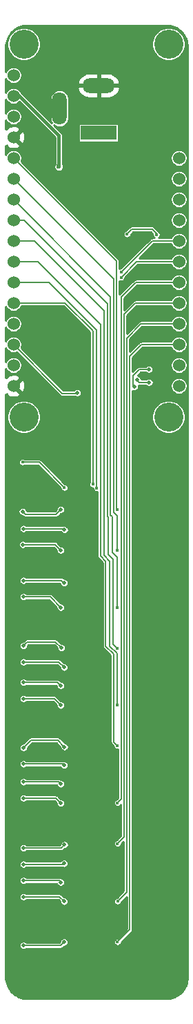
<source format=gbr>
G04 #@! TF.GenerationSoftware,KiCad,Pcbnew,(5.1.9)-1*
G04 #@! TF.CreationDate,2021-02-02T19:43:56-05:00*
G04 #@! TF.ProjectId,feather_multi_oled,66656174-6865-4725-9f6d-756c74695f6f,0.1a*
G04 #@! TF.SameCoordinates,Original*
G04 #@! TF.FileFunction,Copper,L2,Bot*
G04 #@! TF.FilePolarity,Positive*
%FSLAX46Y46*%
G04 Gerber Fmt 4.6, Leading zero omitted, Abs format (unit mm)*
G04 Created by KiCad (PCBNEW (5.1.9)-1) date 2021-02-02 19:43:56*
%MOMM*%
%LPD*%
G01*
G04 APERTURE LIST*
G04 #@! TA.AperFunction,ComponentPad*
%ADD10C,1.524000*%
G04 #@! TD*
G04 #@! TA.AperFunction,WasherPad*
%ADD11C,3.556000*%
G04 #@! TD*
G04 #@! TA.AperFunction,ComponentPad*
%ADD12O,1.800000X4.000000*%
G04 #@! TD*
G04 #@! TA.AperFunction,ComponentPad*
%ADD13O,4.000000X1.800000*%
G04 #@! TD*
G04 #@! TA.AperFunction,ComponentPad*
%ADD14R,4.400000X1.800000*%
G04 #@! TD*
G04 #@! TA.AperFunction,ViaPad*
%ADD15C,0.400000*%
G04 #@! TD*
G04 #@! TA.AperFunction,ViaPad*
%ADD16C,0.600000*%
G04 #@! TD*
G04 #@! TA.AperFunction,ViaPad*
%ADD17C,0.500000*%
G04 #@! TD*
G04 #@! TA.AperFunction,Conductor*
%ADD18C,0.400000*%
G04 #@! TD*
G04 #@! TA.AperFunction,Conductor*
%ADD19C,0.200000*%
G04 #@! TD*
G04 #@! TA.AperFunction,Conductor*
%ADD20C,0.254000*%
G04 #@! TD*
G04 #@! TA.AperFunction,Conductor*
%ADD21C,0.100000*%
G04 #@! TD*
G04 APERTURE END LIST*
D10*
X118560000Y-61610000D03*
X118560000Y-64150000D03*
X118560000Y-66690000D03*
X118560000Y-69230000D03*
X118560000Y-71770000D03*
X118560000Y-74310000D03*
X118560000Y-76850000D03*
X118560000Y-79390000D03*
X118560000Y-81930000D03*
X118560000Y-84470000D03*
X118560000Y-87010000D03*
X118560000Y-89550000D03*
X98240000Y-89550000D03*
X98240000Y-87010000D03*
X98240000Y-84470000D03*
X98240000Y-81930000D03*
X98240000Y-79390000D03*
X98240000Y-76850000D03*
X98240000Y-74310000D03*
X98240000Y-71770000D03*
X98240000Y-69230000D03*
X98240000Y-66690000D03*
X98240000Y-64150000D03*
X98240000Y-61610000D03*
X98240000Y-59070000D03*
X98240000Y-56530000D03*
X98240000Y-53990000D03*
X98240000Y-51450000D03*
D11*
X99510000Y-93360000D03*
X99510000Y-47640000D03*
X117290000Y-93360000D03*
X117290000Y-47640000D03*
D12*
X103900000Y-55525000D03*
D13*
X108700000Y-52725000D03*
D14*
X108700000Y-58525000D03*
D15*
X113450000Y-66675000D03*
X111300000Y-62575000D03*
D16*
X102825000Y-116600000D03*
X102825000Y-145625000D03*
X102775000Y-152750000D03*
X102875000Y-157550000D03*
X102850000Y-121650000D03*
X102825000Y-133625000D03*
X102775000Y-140650000D03*
X102775000Y-128525000D03*
X102775000Y-109600000D03*
X102800000Y-104500000D03*
D17*
X105900000Y-89650000D03*
X104700000Y-95050000D03*
X106700000Y-96250000D03*
X112800000Y-84250000D03*
X113175000Y-97400000D03*
D16*
X103800000Y-62675000D03*
D15*
X112175000Y-70925000D03*
X115800000Y-71000000D03*
D17*
X104050000Y-104700000D03*
X99350000Y-104950000D03*
X104050000Y-109700000D03*
X99400000Y-109000000D03*
X104050000Y-116700000D03*
X99450000Y-115400000D03*
X104050000Y-128700000D03*
X99450000Y-127900000D03*
X104450000Y-124050000D03*
X99450000Y-123400000D03*
X104450000Y-136050000D03*
X99450000Y-135900000D03*
X104050000Y-140700000D03*
X99450000Y-140100000D03*
X104450000Y-148100000D03*
X99450000Y-148200000D03*
X104450000Y-152750000D03*
X99450000Y-152200000D03*
D15*
X111475000Y-76225000D03*
X111475000Y-75575000D03*
X104500000Y-102025000D03*
X99350000Y-98900000D03*
D17*
X104500000Y-107200000D03*
X99450000Y-107050000D03*
X104450000Y-113700000D03*
X99450000Y-113400000D03*
X104050000Y-126300000D03*
X99450000Y-125900000D03*
X104100000Y-121650000D03*
X99450000Y-121400000D03*
X104500000Y-133800000D03*
X99450000Y-133900000D03*
X104050000Y-138350000D03*
X99450000Y-138100000D03*
X104500000Y-145800000D03*
X99450000Y-146200000D03*
X104050000Y-150400000D03*
X99450000Y-150200000D03*
X104450000Y-157750000D03*
X99450000Y-158150000D03*
D15*
X110994800Y-104705200D03*
X108450000Y-102075000D03*
X108000000Y-101600000D03*
X111000000Y-109725000D03*
X110975000Y-116700000D03*
X111000000Y-128675000D03*
X111000000Y-121725000D03*
X110975000Y-133650000D03*
X111000000Y-140675000D03*
X111000000Y-145675000D03*
X111025000Y-152750000D03*
X111000000Y-157725000D03*
D17*
X114875000Y-87525000D03*
X113075000Y-89625000D03*
X114900000Y-89125000D03*
X113400000Y-88800000D03*
X106050000Y-90400000D03*
D18*
X98240000Y-53990000D02*
X98940000Y-53990000D01*
X103800000Y-58850000D02*
X103800000Y-62675000D01*
X98940000Y-53990000D02*
X103800000Y-58850000D01*
D19*
X112175000Y-70925000D02*
X112775000Y-70325000D01*
X112775000Y-70325000D02*
X115275000Y-70325000D01*
X115800000Y-70850000D02*
X115800000Y-71000000D01*
X115275000Y-70325000D02*
X115800000Y-70850000D01*
X99675000Y-105275000D02*
X99350000Y-104950000D01*
X103475000Y-105275000D02*
X99675000Y-105275000D01*
X104050000Y-104700000D02*
X103475000Y-105275000D01*
X103350000Y-109000000D02*
X99400000Y-109000000D01*
X104050000Y-109700000D02*
X103350000Y-109000000D01*
X102750000Y-115400000D02*
X99450000Y-115400000D01*
X104050000Y-116700000D02*
X102750000Y-115400000D01*
X103250000Y-127900000D02*
X99450000Y-127900000D01*
X104050000Y-128700000D02*
X103250000Y-127900000D01*
X103800000Y-123400000D02*
X99450000Y-123400000D01*
X104450000Y-124050000D02*
X103800000Y-123400000D01*
X104300000Y-135900000D02*
X99450000Y-135900000D01*
X104450000Y-136050000D02*
X104300000Y-135900000D01*
X103450000Y-140100000D02*
X99450000Y-140100000D01*
X104050000Y-140700000D02*
X103450000Y-140100000D01*
X104350000Y-148200000D02*
X99450000Y-148200000D01*
X104450000Y-148100000D02*
X104350000Y-148200000D01*
X103900000Y-152200000D02*
X99450000Y-152200000D01*
X104450000Y-152750000D02*
X103900000Y-152200000D01*
X113390000Y-74310000D02*
X118560000Y-74310000D01*
X111475000Y-76225000D02*
X113390000Y-74310000D01*
X115280000Y-71770000D02*
X118560000Y-71770000D01*
X111475000Y-75575000D02*
X115280000Y-71770000D01*
X101375000Y-98900000D02*
X99350000Y-98900000D01*
X104500000Y-102025000D02*
X101375000Y-98900000D01*
X104350000Y-107050000D02*
X99450000Y-107050000D01*
X104500000Y-107200000D02*
X104350000Y-107050000D01*
X104150000Y-113400000D02*
X99450000Y-113400000D01*
X104450000Y-113700000D02*
X104150000Y-113400000D01*
X103650000Y-125900000D02*
X99450000Y-125900000D01*
X104050000Y-126300000D02*
X103650000Y-125900000D01*
X99900000Y-120950000D02*
X99450000Y-121400000D01*
X103400000Y-120950000D02*
X99900000Y-120950000D01*
X104100000Y-121650000D02*
X103400000Y-120950000D01*
X100375000Y-132975000D02*
X99450000Y-133900000D01*
X103675000Y-132975000D02*
X100375000Y-132975000D01*
X104500000Y-133800000D02*
X103675000Y-132975000D01*
X103800000Y-138100000D02*
X99450000Y-138100000D01*
X104050000Y-138350000D02*
X103800000Y-138100000D01*
X104100000Y-146200000D02*
X99450000Y-146200000D01*
X104500000Y-145800000D02*
X104100000Y-146200000D01*
X103850000Y-150200000D02*
X99450000Y-150200000D01*
X104050000Y-150400000D02*
X103850000Y-150200000D01*
X104050000Y-158150000D02*
X99450000Y-158150000D01*
X104450000Y-157750000D02*
X104050000Y-158150000D01*
X110875000Y-74245000D02*
X98240000Y-61610000D01*
X110875000Y-104585400D02*
X110875000Y-74245000D01*
X110994800Y-104705200D02*
X110875000Y-104585400D01*
X102575000Y-76850000D02*
X98240000Y-76850000D01*
X108450000Y-102075000D02*
X108450000Y-82725000D01*
X108450000Y-82725000D02*
X102575000Y-76850000D01*
X104565000Y-79390000D02*
X98240000Y-79390000D01*
X108000000Y-82825000D02*
X104565000Y-79390000D01*
X108000000Y-101600000D02*
X108000000Y-82825000D01*
X110525000Y-76435000D02*
X98240000Y-64150000D01*
X110525000Y-105025000D02*
X110525000Y-76435000D01*
X110975000Y-105475000D02*
X110525000Y-105025000D01*
X110975000Y-109700000D02*
X110975000Y-105475000D01*
X111000000Y-109725000D02*
X110975000Y-109700000D01*
X110150000Y-105400000D02*
X110150000Y-78600000D01*
X110350000Y-105600000D02*
X110150000Y-105400000D01*
X110350000Y-109975000D02*
X110350000Y-105600000D01*
X110150000Y-78600000D02*
X98240000Y-66690000D01*
X110950000Y-110575000D02*
X110350000Y-109975000D01*
X110950000Y-116675000D02*
X110950000Y-110575000D01*
X110975000Y-116700000D02*
X110950000Y-116675000D01*
X100795000Y-71770000D02*
X98240000Y-71770000D01*
X109375000Y-80350000D02*
X100795000Y-71770000D01*
X109375000Y-110325000D02*
X109375000Y-80350000D01*
X110075000Y-121450000D02*
X110075000Y-111025000D01*
X110975000Y-122350000D02*
X110075000Y-121450000D01*
X110075000Y-111025000D02*
X109375000Y-110325000D01*
X110975000Y-128650000D02*
X110975000Y-122350000D01*
X111000000Y-128675000D02*
X110975000Y-128650000D01*
X99580000Y-69230000D02*
X98240000Y-69230000D01*
X109800000Y-79450000D02*
X99580000Y-69230000D01*
X109800000Y-105550000D02*
X109800000Y-79450000D01*
X109875000Y-105625000D02*
X109800000Y-105550000D01*
X109875000Y-110175000D02*
X109875000Y-105625000D01*
X110475000Y-110775000D02*
X109875000Y-110175000D01*
X110475000Y-121200000D02*
X110475000Y-110775000D01*
X111000000Y-121725000D02*
X110475000Y-121200000D01*
X108925000Y-82025000D02*
X101210000Y-74310000D01*
X108925000Y-110425000D02*
X108925000Y-82025000D01*
X109550000Y-111050000D02*
X108925000Y-110425000D01*
X110550000Y-122450000D02*
X109550000Y-121450000D01*
X110550000Y-133225000D02*
X110550000Y-122450000D01*
X101210000Y-74310000D02*
X98240000Y-74310000D01*
X109550000Y-121450000D02*
X109550000Y-111050000D01*
X110975000Y-133650000D02*
X110550000Y-133225000D01*
X113275000Y-76850000D02*
X118560000Y-76850000D01*
X111450000Y-78675000D02*
X113275000Y-76850000D01*
X111450000Y-140225000D02*
X111450000Y-78675000D01*
X111000000Y-140675000D02*
X111450000Y-140225000D01*
X113185000Y-79390000D02*
X118560000Y-79390000D01*
X111800000Y-80775000D02*
X113185000Y-79390000D01*
X111800000Y-144875000D02*
X111800000Y-80775000D01*
X111000000Y-145675000D02*
X111800000Y-144875000D01*
X113895000Y-81930000D02*
X118560000Y-81930000D01*
X112150000Y-83675000D02*
X113895000Y-81930000D01*
X112150000Y-151625000D02*
X112150000Y-83675000D01*
X111025000Y-152750000D02*
X112150000Y-151625000D01*
X113930000Y-84470000D02*
X118560000Y-84470000D01*
X112500000Y-85900000D02*
X113930000Y-84470000D01*
X112500000Y-156225000D02*
X112500000Y-85900000D01*
X111000000Y-157725000D02*
X112500000Y-156225000D01*
X113700000Y-87525000D02*
X114875000Y-87525000D01*
X112900000Y-88325000D02*
X113700000Y-87525000D01*
X112900000Y-89450000D02*
X112900000Y-88325000D01*
X113075000Y-89625000D02*
X112900000Y-89450000D01*
X113725000Y-89125000D02*
X114900000Y-89125000D01*
X113400000Y-88800000D02*
X113725000Y-89125000D01*
X106050000Y-90400000D02*
X105975000Y-90475000D01*
X104245000Y-90475000D02*
X98240000Y-84470000D01*
X105975000Y-90475000D02*
X104245000Y-90475000D01*
D20*
X117223717Y-45341248D02*
X117489068Y-45381753D01*
X117744970Y-45447547D01*
X117990309Y-45537346D01*
X118223790Y-45649810D01*
X118444134Y-45783656D01*
X118649909Y-45937572D01*
X118839856Y-46110154D01*
X119012422Y-46300084D01*
X119166347Y-46505899D01*
X119300192Y-46726215D01*
X119412655Y-46959732D01*
X119502456Y-47205067D01*
X119568248Y-47460940D01*
X119608752Y-47726284D01*
X119623001Y-48008262D01*
X119623000Y-161991758D01*
X119608752Y-162273716D01*
X119568247Y-162539068D01*
X119502454Y-162794967D01*
X119412654Y-163040307D01*
X119300194Y-163273786D01*
X119166345Y-163494133D01*
X119012431Y-163699908D01*
X118839852Y-163889851D01*
X118649916Y-164062423D01*
X118444139Y-164216340D01*
X118223789Y-164350192D01*
X117990306Y-164462655D01*
X117744970Y-164552453D01*
X117489068Y-164618247D01*
X117223717Y-164658752D01*
X116941758Y-164673000D01*
X99958242Y-164673000D01*
X99676284Y-164658752D01*
X99410933Y-164618247D01*
X99155035Y-164552455D01*
X98909693Y-164462654D01*
X98676214Y-164350194D01*
X98455868Y-164216346D01*
X98250088Y-164062426D01*
X98060152Y-163889855D01*
X97887573Y-163699913D01*
X97733661Y-163494140D01*
X97599808Y-163273789D01*
X97487345Y-163040306D01*
X97397547Y-162794970D01*
X97331753Y-162539069D01*
X97291248Y-162273717D01*
X97277000Y-161991758D01*
X97277000Y-158098095D01*
X98923000Y-158098095D01*
X98923000Y-158201905D01*
X98943252Y-158303720D01*
X98982979Y-158399628D01*
X99040652Y-158485943D01*
X99114057Y-158559348D01*
X99200372Y-158617021D01*
X99296280Y-158656748D01*
X99398095Y-158677000D01*
X99501905Y-158677000D01*
X99603720Y-158656748D01*
X99699628Y-158617021D01*
X99785943Y-158559348D01*
X99818291Y-158527000D01*
X104031488Y-158527000D01*
X104050000Y-158528823D01*
X104068512Y-158527000D01*
X104068519Y-158527000D01*
X104123905Y-158521545D01*
X104194970Y-158499988D01*
X104260463Y-158464981D01*
X104317869Y-158417869D01*
X104329677Y-158403481D01*
X104456158Y-158277000D01*
X104501905Y-158277000D01*
X104603720Y-158256748D01*
X104699628Y-158217021D01*
X104785943Y-158159348D01*
X104859348Y-158085943D01*
X104917021Y-157999628D01*
X104956748Y-157903720D01*
X104977000Y-157801905D01*
X104977000Y-157698095D01*
X104956748Y-157596280D01*
X104917021Y-157500372D01*
X104859348Y-157414057D01*
X104785943Y-157340652D01*
X104699628Y-157282979D01*
X104603720Y-157243252D01*
X104501905Y-157223000D01*
X104398095Y-157223000D01*
X104296280Y-157243252D01*
X104200372Y-157282979D01*
X104114057Y-157340652D01*
X104040652Y-157414057D01*
X103982979Y-157500372D01*
X103943252Y-157596280D01*
X103923000Y-157698095D01*
X103923000Y-157743842D01*
X103893842Y-157773000D01*
X99818291Y-157773000D01*
X99785943Y-157740652D01*
X99699628Y-157682979D01*
X99603720Y-157643252D01*
X99501905Y-157623000D01*
X99398095Y-157623000D01*
X99296280Y-157643252D01*
X99200372Y-157682979D01*
X99114057Y-157740652D01*
X99040652Y-157814057D01*
X98982979Y-157900372D01*
X98943252Y-157996280D01*
X98923000Y-158098095D01*
X97277000Y-158098095D01*
X97277000Y-152148095D01*
X98923000Y-152148095D01*
X98923000Y-152251905D01*
X98943252Y-152353720D01*
X98982979Y-152449628D01*
X99040652Y-152535943D01*
X99114057Y-152609348D01*
X99200372Y-152667021D01*
X99296280Y-152706748D01*
X99398095Y-152727000D01*
X99501905Y-152727000D01*
X99603720Y-152706748D01*
X99699628Y-152667021D01*
X99785943Y-152609348D01*
X99818291Y-152577000D01*
X103743842Y-152577000D01*
X103923000Y-152756158D01*
X103923000Y-152801905D01*
X103943252Y-152903720D01*
X103982979Y-152999628D01*
X104040652Y-153085943D01*
X104114057Y-153159348D01*
X104200372Y-153217021D01*
X104296280Y-153256748D01*
X104398095Y-153277000D01*
X104501905Y-153277000D01*
X104603720Y-153256748D01*
X104699628Y-153217021D01*
X104785943Y-153159348D01*
X104859348Y-153085943D01*
X104917021Y-152999628D01*
X104956748Y-152903720D01*
X104977000Y-152801905D01*
X104977000Y-152698095D01*
X104956748Y-152596280D01*
X104917021Y-152500372D01*
X104859348Y-152414057D01*
X104785943Y-152340652D01*
X104699628Y-152282979D01*
X104603720Y-152243252D01*
X104501905Y-152223000D01*
X104456158Y-152223000D01*
X104179677Y-151946519D01*
X104167869Y-151932131D01*
X104110463Y-151885019D01*
X104044970Y-151850012D01*
X103973905Y-151828455D01*
X103918519Y-151823000D01*
X103918512Y-151823000D01*
X103900000Y-151821177D01*
X103881488Y-151823000D01*
X99818291Y-151823000D01*
X99785943Y-151790652D01*
X99699628Y-151732979D01*
X99603720Y-151693252D01*
X99501905Y-151673000D01*
X99398095Y-151673000D01*
X99296280Y-151693252D01*
X99200372Y-151732979D01*
X99114057Y-151790652D01*
X99040652Y-151864057D01*
X98982979Y-151950372D01*
X98943252Y-152046280D01*
X98923000Y-152148095D01*
X97277000Y-152148095D01*
X97277000Y-150148095D01*
X98923000Y-150148095D01*
X98923000Y-150251905D01*
X98943252Y-150353720D01*
X98982979Y-150449628D01*
X99040652Y-150535943D01*
X99114057Y-150609348D01*
X99200372Y-150667021D01*
X99296280Y-150706748D01*
X99398095Y-150727000D01*
X99501905Y-150727000D01*
X99603720Y-150706748D01*
X99699628Y-150667021D01*
X99785943Y-150609348D01*
X99818291Y-150577000D01*
X103552895Y-150577000D01*
X103582979Y-150649628D01*
X103640652Y-150735943D01*
X103714057Y-150809348D01*
X103800372Y-150867021D01*
X103896280Y-150906748D01*
X103998095Y-150927000D01*
X104101905Y-150927000D01*
X104203720Y-150906748D01*
X104299628Y-150867021D01*
X104385943Y-150809348D01*
X104459348Y-150735943D01*
X104517021Y-150649628D01*
X104556748Y-150553720D01*
X104577000Y-150451905D01*
X104577000Y-150348095D01*
X104556748Y-150246280D01*
X104517021Y-150150372D01*
X104459348Y-150064057D01*
X104385943Y-149990652D01*
X104299628Y-149932979D01*
X104203720Y-149893252D01*
X104101905Y-149873000D01*
X104037977Y-149873000D01*
X103994970Y-149850012D01*
X103923905Y-149828455D01*
X103868519Y-149823000D01*
X103868512Y-149823000D01*
X103850000Y-149821177D01*
X103831488Y-149823000D01*
X99818291Y-149823000D01*
X99785943Y-149790652D01*
X99699628Y-149732979D01*
X99603720Y-149693252D01*
X99501905Y-149673000D01*
X99398095Y-149673000D01*
X99296280Y-149693252D01*
X99200372Y-149732979D01*
X99114057Y-149790652D01*
X99040652Y-149864057D01*
X98982979Y-149950372D01*
X98943252Y-150046280D01*
X98923000Y-150148095D01*
X97277000Y-150148095D01*
X97277000Y-148148095D01*
X98923000Y-148148095D01*
X98923000Y-148251905D01*
X98943252Y-148353720D01*
X98982979Y-148449628D01*
X99040652Y-148535943D01*
X99114057Y-148609348D01*
X99200372Y-148667021D01*
X99296280Y-148706748D01*
X99398095Y-148727000D01*
X99501905Y-148727000D01*
X99603720Y-148706748D01*
X99699628Y-148667021D01*
X99785943Y-148609348D01*
X99818291Y-148577000D01*
X104224463Y-148577000D01*
X104296280Y-148606748D01*
X104398095Y-148627000D01*
X104501905Y-148627000D01*
X104603720Y-148606748D01*
X104699628Y-148567021D01*
X104785943Y-148509348D01*
X104859348Y-148435943D01*
X104917021Y-148349628D01*
X104956748Y-148253720D01*
X104977000Y-148151905D01*
X104977000Y-148048095D01*
X104956748Y-147946280D01*
X104917021Y-147850372D01*
X104859348Y-147764057D01*
X104785943Y-147690652D01*
X104699628Y-147632979D01*
X104603720Y-147593252D01*
X104501905Y-147573000D01*
X104398095Y-147573000D01*
X104296280Y-147593252D01*
X104200372Y-147632979D01*
X104114057Y-147690652D01*
X104040652Y-147764057D01*
X104001268Y-147823000D01*
X99818291Y-147823000D01*
X99785943Y-147790652D01*
X99699628Y-147732979D01*
X99603720Y-147693252D01*
X99501905Y-147673000D01*
X99398095Y-147673000D01*
X99296280Y-147693252D01*
X99200372Y-147732979D01*
X99114057Y-147790652D01*
X99040652Y-147864057D01*
X98982979Y-147950372D01*
X98943252Y-148046280D01*
X98923000Y-148148095D01*
X97277000Y-148148095D01*
X97277000Y-146148095D01*
X98923000Y-146148095D01*
X98923000Y-146251905D01*
X98943252Y-146353720D01*
X98982979Y-146449628D01*
X99040652Y-146535943D01*
X99114057Y-146609348D01*
X99200372Y-146667021D01*
X99296280Y-146706748D01*
X99398095Y-146727000D01*
X99501905Y-146727000D01*
X99603720Y-146706748D01*
X99699628Y-146667021D01*
X99785943Y-146609348D01*
X99818291Y-146577000D01*
X104081488Y-146577000D01*
X104100000Y-146578823D01*
X104118512Y-146577000D01*
X104118519Y-146577000D01*
X104173905Y-146571545D01*
X104244970Y-146549988D01*
X104310463Y-146514981D01*
X104367869Y-146467869D01*
X104379677Y-146453481D01*
X104506158Y-146327000D01*
X104551905Y-146327000D01*
X104653720Y-146306748D01*
X104749628Y-146267021D01*
X104835943Y-146209348D01*
X104909348Y-146135943D01*
X104967021Y-146049628D01*
X105006748Y-145953720D01*
X105027000Y-145851905D01*
X105027000Y-145748095D01*
X105006748Y-145646280D01*
X104967021Y-145550372D01*
X104909348Y-145464057D01*
X104835943Y-145390652D01*
X104749628Y-145332979D01*
X104653720Y-145293252D01*
X104551905Y-145273000D01*
X104448095Y-145273000D01*
X104346280Y-145293252D01*
X104250372Y-145332979D01*
X104164057Y-145390652D01*
X104090652Y-145464057D01*
X104032979Y-145550372D01*
X103993252Y-145646280D01*
X103973000Y-145748095D01*
X103973000Y-145793842D01*
X103943842Y-145823000D01*
X99818291Y-145823000D01*
X99785943Y-145790652D01*
X99699628Y-145732979D01*
X99603720Y-145693252D01*
X99501905Y-145673000D01*
X99398095Y-145673000D01*
X99296280Y-145693252D01*
X99200372Y-145732979D01*
X99114057Y-145790652D01*
X99040652Y-145864057D01*
X98982979Y-145950372D01*
X98943252Y-146046280D01*
X98923000Y-146148095D01*
X97277000Y-146148095D01*
X97277000Y-140048095D01*
X98923000Y-140048095D01*
X98923000Y-140151905D01*
X98943252Y-140253720D01*
X98982979Y-140349628D01*
X99040652Y-140435943D01*
X99114057Y-140509348D01*
X99200372Y-140567021D01*
X99296280Y-140606748D01*
X99398095Y-140627000D01*
X99501905Y-140627000D01*
X99603720Y-140606748D01*
X99699628Y-140567021D01*
X99785943Y-140509348D01*
X99818291Y-140477000D01*
X103293842Y-140477000D01*
X103523000Y-140706159D01*
X103523000Y-140751905D01*
X103543252Y-140853720D01*
X103582979Y-140949628D01*
X103640652Y-141035943D01*
X103714057Y-141109348D01*
X103800372Y-141167021D01*
X103896280Y-141206748D01*
X103998095Y-141227000D01*
X104101905Y-141227000D01*
X104203720Y-141206748D01*
X104299628Y-141167021D01*
X104385943Y-141109348D01*
X104459348Y-141035943D01*
X104517021Y-140949628D01*
X104556748Y-140853720D01*
X104577000Y-140751905D01*
X104577000Y-140648095D01*
X104556748Y-140546280D01*
X104517021Y-140450372D01*
X104459348Y-140364057D01*
X104385943Y-140290652D01*
X104299628Y-140232979D01*
X104203720Y-140193252D01*
X104101905Y-140173000D01*
X104056159Y-140173000D01*
X103729677Y-139846519D01*
X103717869Y-139832131D01*
X103660463Y-139785019D01*
X103594970Y-139750012D01*
X103523905Y-139728455D01*
X103468519Y-139723000D01*
X103468512Y-139723000D01*
X103450000Y-139721177D01*
X103431488Y-139723000D01*
X99818291Y-139723000D01*
X99785943Y-139690652D01*
X99699628Y-139632979D01*
X99603720Y-139593252D01*
X99501905Y-139573000D01*
X99398095Y-139573000D01*
X99296280Y-139593252D01*
X99200372Y-139632979D01*
X99114057Y-139690652D01*
X99040652Y-139764057D01*
X98982979Y-139850372D01*
X98943252Y-139946280D01*
X98923000Y-140048095D01*
X97277000Y-140048095D01*
X97277000Y-138048095D01*
X98923000Y-138048095D01*
X98923000Y-138151905D01*
X98943252Y-138253720D01*
X98982979Y-138349628D01*
X99040652Y-138435943D01*
X99114057Y-138509348D01*
X99200372Y-138567021D01*
X99296280Y-138606748D01*
X99398095Y-138627000D01*
X99501905Y-138627000D01*
X99603720Y-138606748D01*
X99699628Y-138567021D01*
X99785943Y-138509348D01*
X99818291Y-138477000D01*
X103537937Y-138477000D01*
X103543252Y-138503720D01*
X103582979Y-138599628D01*
X103640652Y-138685943D01*
X103714057Y-138759348D01*
X103800372Y-138817021D01*
X103896280Y-138856748D01*
X103998095Y-138877000D01*
X104101905Y-138877000D01*
X104203720Y-138856748D01*
X104299628Y-138817021D01*
X104385943Y-138759348D01*
X104459348Y-138685943D01*
X104517021Y-138599628D01*
X104556748Y-138503720D01*
X104577000Y-138401905D01*
X104577000Y-138298095D01*
X104556748Y-138196280D01*
X104517021Y-138100372D01*
X104459348Y-138014057D01*
X104385943Y-137940652D01*
X104299628Y-137882979D01*
X104203720Y-137843252D01*
X104101905Y-137823000D01*
X104056743Y-137823000D01*
X104010463Y-137785019D01*
X103944970Y-137750012D01*
X103873905Y-137728455D01*
X103818519Y-137723000D01*
X103818512Y-137723000D01*
X103800000Y-137721177D01*
X103781488Y-137723000D01*
X99818291Y-137723000D01*
X99785943Y-137690652D01*
X99699628Y-137632979D01*
X99603720Y-137593252D01*
X99501905Y-137573000D01*
X99398095Y-137573000D01*
X99296280Y-137593252D01*
X99200372Y-137632979D01*
X99114057Y-137690652D01*
X99040652Y-137764057D01*
X98982979Y-137850372D01*
X98943252Y-137946280D01*
X98923000Y-138048095D01*
X97277000Y-138048095D01*
X97277000Y-135848095D01*
X98923000Y-135848095D01*
X98923000Y-135951905D01*
X98943252Y-136053720D01*
X98982979Y-136149628D01*
X99040652Y-136235943D01*
X99114057Y-136309348D01*
X99200372Y-136367021D01*
X99296280Y-136406748D01*
X99398095Y-136427000D01*
X99501905Y-136427000D01*
X99603720Y-136406748D01*
X99699628Y-136367021D01*
X99785943Y-136309348D01*
X99818291Y-136277000D01*
X103973606Y-136277000D01*
X103982979Y-136299628D01*
X104040652Y-136385943D01*
X104114057Y-136459348D01*
X104200372Y-136517021D01*
X104296280Y-136556748D01*
X104398095Y-136577000D01*
X104501905Y-136577000D01*
X104603720Y-136556748D01*
X104699628Y-136517021D01*
X104785943Y-136459348D01*
X104859348Y-136385943D01*
X104917021Y-136299628D01*
X104956748Y-136203720D01*
X104977000Y-136101905D01*
X104977000Y-135998095D01*
X104956748Y-135896280D01*
X104917021Y-135800372D01*
X104859348Y-135714057D01*
X104785943Y-135640652D01*
X104699628Y-135582979D01*
X104603720Y-135543252D01*
X104501905Y-135523000D01*
X104398095Y-135523000D01*
X104371742Y-135528242D01*
X104318519Y-135523000D01*
X104318512Y-135523000D01*
X104300000Y-135521177D01*
X104281488Y-135523000D01*
X99818291Y-135523000D01*
X99785943Y-135490652D01*
X99699628Y-135432979D01*
X99603720Y-135393252D01*
X99501905Y-135373000D01*
X99398095Y-135373000D01*
X99296280Y-135393252D01*
X99200372Y-135432979D01*
X99114057Y-135490652D01*
X99040652Y-135564057D01*
X98982979Y-135650372D01*
X98943252Y-135746280D01*
X98923000Y-135848095D01*
X97277000Y-135848095D01*
X97277000Y-133848095D01*
X98923000Y-133848095D01*
X98923000Y-133951905D01*
X98943252Y-134053720D01*
X98982979Y-134149628D01*
X99040652Y-134235943D01*
X99114057Y-134309348D01*
X99200372Y-134367021D01*
X99296280Y-134406748D01*
X99398095Y-134427000D01*
X99501905Y-134427000D01*
X99603720Y-134406748D01*
X99699628Y-134367021D01*
X99785943Y-134309348D01*
X99859348Y-134235943D01*
X99917021Y-134149628D01*
X99956748Y-134053720D01*
X99977000Y-133951905D01*
X99977000Y-133906158D01*
X100531159Y-133352000D01*
X103518842Y-133352000D01*
X103973000Y-133806159D01*
X103973000Y-133851905D01*
X103993252Y-133953720D01*
X104032979Y-134049628D01*
X104090652Y-134135943D01*
X104164057Y-134209348D01*
X104250372Y-134267021D01*
X104346280Y-134306748D01*
X104448095Y-134327000D01*
X104551905Y-134327000D01*
X104653720Y-134306748D01*
X104749628Y-134267021D01*
X104835943Y-134209348D01*
X104909348Y-134135943D01*
X104967021Y-134049628D01*
X105006748Y-133953720D01*
X105027000Y-133851905D01*
X105027000Y-133748095D01*
X105006748Y-133646280D01*
X104967021Y-133550372D01*
X104909348Y-133464057D01*
X104835943Y-133390652D01*
X104749628Y-133332979D01*
X104653720Y-133293252D01*
X104551905Y-133273000D01*
X104506159Y-133273000D01*
X103954677Y-132721519D01*
X103942869Y-132707131D01*
X103885463Y-132660019D01*
X103819970Y-132625012D01*
X103748905Y-132603455D01*
X103693519Y-132598000D01*
X103693512Y-132598000D01*
X103675000Y-132596177D01*
X103656488Y-132598000D01*
X100393519Y-132598000D01*
X100375000Y-132596176D01*
X100301094Y-132603455D01*
X100230030Y-132625012D01*
X100164537Y-132660019D01*
X100107131Y-132707131D01*
X100095328Y-132721513D01*
X99443842Y-133373000D01*
X99398095Y-133373000D01*
X99296280Y-133393252D01*
X99200372Y-133432979D01*
X99114057Y-133490652D01*
X99040652Y-133564057D01*
X98982979Y-133650372D01*
X98943252Y-133746280D01*
X98923000Y-133848095D01*
X97277000Y-133848095D01*
X97277000Y-127848095D01*
X98923000Y-127848095D01*
X98923000Y-127951905D01*
X98943252Y-128053720D01*
X98982979Y-128149628D01*
X99040652Y-128235943D01*
X99114057Y-128309348D01*
X99200372Y-128367021D01*
X99296280Y-128406748D01*
X99398095Y-128427000D01*
X99501905Y-128427000D01*
X99603720Y-128406748D01*
X99699628Y-128367021D01*
X99785943Y-128309348D01*
X99818291Y-128277000D01*
X103093842Y-128277000D01*
X103523000Y-128706159D01*
X103523000Y-128751905D01*
X103543252Y-128853720D01*
X103582979Y-128949628D01*
X103640652Y-129035943D01*
X103714057Y-129109348D01*
X103800372Y-129167021D01*
X103896280Y-129206748D01*
X103998095Y-129227000D01*
X104101905Y-129227000D01*
X104203720Y-129206748D01*
X104299628Y-129167021D01*
X104385943Y-129109348D01*
X104459348Y-129035943D01*
X104517021Y-128949628D01*
X104556748Y-128853720D01*
X104577000Y-128751905D01*
X104577000Y-128648095D01*
X104556748Y-128546280D01*
X104517021Y-128450372D01*
X104459348Y-128364057D01*
X104385943Y-128290652D01*
X104299628Y-128232979D01*
X104203720Y-128193252D01*
X104101905Y-128173000D01*
X104056159Y-128173000D01*
X103529677Y-127646519D01*
X103517869Y-127632131D01*
X103460463Y-127585019D01*
X103394970Y-127550012D01*
X103323905Y-127528455D01*
X103268519Y-127523000D01*
X103268512Y-127523000D01*
X103250000Y-127521177D01*
X103231488Y-127523000D01*
X99818291Y-127523000D01*
X99785943Y-127490652D01*
X99699628Y-127432979D01*
X99603720Y-127393252D01*
X99501905Y-127373000D01*
X99398095Y-127373000D01*
X99296280Y-127393252D01*
X99200372Y-127432979D01*
X99114057Y-127490652D01*
X99040652Y-127564057D01*
X98982979Y-127650372D01*
X98943252Y-127746280D01*
X98923000Y-127848095D01*
X97277000Y-127848095D01*
X97277000Y-125848095D01*
X98923000Y-125848095D01*
X98923000Y-125951905D01*
X98943252Y-126053720D01*
X98982979Y-126149628D01*
X99040652Y-126235943D01*
X99114057Y-126309348D01*
X99200372Y-126367021D01*
X99296280Y-126406748D01*
X99398095Y-126427000D01*
X99501905Y-126427000D01*
X99603720Y-126406748D01*
X99699628Y-126367021D01*
X99785943Y-126309348D01*
X99818291Y-126277000D01*
X103493842Y-126277000D01*
X103523000Y-126306158D01*
X103523000Y-126351905D01*
X103543252Y-126453720D01*
X103582979Y-126549628D01*
X103640652Y-126635943D01*
X103714057Y-126709348D01*
X103800372Y-126767021D01*
X103896280Y-126806748D01*
X103998095Y-126827000D01*
X104101905Y-126827000D01*
X104203720Y-126806748D01*
X104299628Y-126767021D01*
X104385943Y-126709348D01*
X104459348Y-126635943D01*
X104517021Y-126549628D01*
X104556748Y-126453720D01*
X104577000Y-126351905D01*
X104577000Y-126248095D01*
X104556748Y-126146280D01*
X104517021Y-126050372D01*
X104459348Y-125964057D01*
X104385943Y-125890652D01*
X104299628Y-125832979D01*
X104203720Y-125793252D01*
X104101905Y-125773000D01*
X104056158Y-125773000D01*
X103929677Y-125646519D01*
X103917869Y-125632131D01*
X103860463Y-125585019D01*
X103794970Y-125550012D01*
X103723905Y-125528455D01*
X103668519Y-125523000D01*
X103668512Y-125523000D01*
X103650000Y-125521177D01*
X103631488Y-125523000D01*
X99818291Y-125523000D01*
X99785943Y-125490652D01*
X99699628Y-125432979D01*
X99603720Y-125393252D01*
X99501905Y-125373000D01*
X99398095Y-125373000D01*
X99296280Y-125393252D01*
X99200372Y-125432979D01*
X99114057Y-125490652D01*
X99040652Y-125564057D01*
X98982979Y-125650372D01*
X98943252Y-125746280D01*
X98923000Y-125848095D01*
X97277000Y-125848095D01*
X97277000Y-123348095D01*
X98923000Y-123348095D01*
X98923000Y-123451905D01*
X98943252Y-123553720D01*
X98982979Y-123649628D01*
X99040652Y-123735943D01*
X99114057Y-123809348D01*
X99200372Y-123867021D01*
X99296280Y-123906748D01*
X99398095Y-123927000D01*
X99501905Y-123927000D01*
X99603720Y-123906748D01*
X99699628Y-123867021D01*
X99785943Y-123809348D01*
X99818291Y-123777000D01*
X103643842Y-123777000D01*
X103923000Y-124056159D01*
X103923000Y-124101905D01*
X103943252Y-124203720D01*
X103982979Y-124299628D01*
X104040652Y-124385943D01*
X104114057Y-124459348D01*
X104200372Y-124517021D01*
X104296280Y-124556748D01*
X104398095Y-124577000D01*
X104501905Y-124577000D01*
X104603720Y-124556748D01*
X104699628Y-124517021D01*
X104785943Y-124459348D01*
X104859348Y-124385943D01*
X104917021Y-124299628D01*
X104956748Y-124203720D01*
X104977000Y-124101905D01*
X104977000Y-123998095D01*
X104956748Y-123896280D01*
X104917021Y-123800372D01*
X104859348Y-123714057D01*
X104785943Y-123640652D01*
X104699628Y-123582979D01*
X104603720Y-123543252D01*
X104501905Y-123523000D01*
X104456159Y-123523000D01*
X104079677Y-123146519D01*
X104067869Y-123132131D01*
X104010463Y-123085019D01*
X103944970Y-123050012D01*
X103873905Y-123028455D01*
X103818519Y-123023000D01*
X103818512Y-123023000D01*
X103800000Y-123021177D01*
X103781488Y-123023000D01*
X99818291Y-123023000D01*
X99785943Y-122990652D01*
X99699628Y-122932979D01*
X99603720Y-122893252D01*
X99501905Y-122873000D01*
X99398095Y-122873000D01*
X99296280Y-122893252D01*
X99200372Y-122932979D01*
X99114057Y-122990652D01*
X99040652Y-123064057D01*
X98982979Y-123150372D01*
X98943252Y-123246280D01*
X98923000Y-123348095D01*
X97277000Y-123348095D01*
X97277000Y-121348095D01*
X98923000Y-121348095D01*
X98923000Y-121451905D01*
X98943252Y-121553720D01*
X98982979Y-121649628D01*
X99040652Y-121735943D01*
X99114057Y-121809348D01*
X99200372Y-121867021D01*
X99296280Y-121906748D01*
X99398095Y-121927000D01*
X99501905Y-121927000D01*
X99603720Y-121906748D01*
X99699628Y-121867021D01*
X99785943Y-121809348D01*
X99859348Y-121735943D01*
X99917021Y-121649628D01*
X99956748Y-121553720D01*
X99977000Y-121451905D01*
X99977000Y-121406159D01*
X100056159Y-121327000D01*
X103243842Y-121327000D01*
X103573000Y-121656158D01*
X103573000Y-121701905D01*
X103593252Y-121803720D01*
X103632979Y-121899628D01*
X103690652Y-121985943D01*
X103764057Y-122059348D01*
X103850372Y-122117021D01*
X103946280Y-122156748D01*
X104048095Y-122177000D01*
X104151905Y-122177000D01*
X104253720Y-122156748D01*
X104349628Y-122117021D01*
X104435943Y-122059348D01*
X104509348Y-121985943D01*
X104567021Y-121899628D01*
X104606748Y-121803720D01*
X104627000Y-121701905D01*
X104627000Y-121598095D01*
X104606748Y-121496280D01*
X104567021Y-121400372D01*
X104509348Y-121314057D01*
X104435943Y-121240652D01*
X104349628Y-121182979D01*
X104253720Y-121143252D01*
X104151905Y-121123000D01*
X104106158Y-121123000D01*
X103679677Y-120696519D01*
X103667869Y-120682131D01*
X103610463Y-120635019D01*
X103544970Y-120600012D01*
X103473905Y-120578455D01*
X103418519Y-120573000D01*
X103418512Y-120573000D01*
X103400000Y-120571177D01*
X103381488Y-120573000D01*
X99918508Y-120573000D01*
X99899999Y-120571177D01*
X99881490Y-120573000D01*
X99881481Y-120573000D01*
X99826095Y-120578455D01*
X99755030Y-120600012D01*
X99689537Y-120635019D01*
X99632131Y-120682131D01*
X99620328Y-120696513D01*
X99443841Y-120873000D01*
X99398095Y-120873000D01*
X99296280Y-120893252D01*
X99200372Y-120932979D01*
X99114057Y-120990652D01*
X99040652Y-121064057D01*
X98982979Y-121150372D01*
X98943252Y-121246280D01*
X98923000Y-121348095D01*
X97277000Y-121348095D01*
X97277000Y-115348095D01*
X98923000Y-115348095D01*
X98923000Y-115451905D01*
X98943252Y-115553720D01*
X98982979Y-115649628D01*
X99040652Y-115735943D01*
X99114057Y-115809348D01*
X99200372Y-115867021D01*
X99296280Y-115906748D01*
X99398095Y-115927000D01*
X99501905Y-115927000D01*
X99603720Y-115906748D01*
X99699628Y-115867021D01*
X99785943Y-115809348D01*
X99818291Y-115777000D01*
X102593842Y-115777000D01*
X103523000Y-116706159D01*
X103523000Y-116751905D01*
X103543252Y-116853720D01*
X103582979Y-116949628D01*
X103640652Y-117035943D01*
X103714057Y-117109348D01*
X103800372Y-117167021D01*
X103896280Y-117206748D01*
X103998095Y-117227000D01*
X104101905Y-117227000D01*
X104203720Y-117206748D01*
X104299628Y-117167021D01*
X104385943Y-117109348D01*
X104459348Y-117035943D01*
X104517021Y-116949628D01*
X104556748Y-116853720D01*
X104577000Y-116751905D01*
X104577000Y-116648095D01*
X104556748Y-116546280D01*
X104517021Y-116450372D01*
X104459348Y-116364057D01*
X104385943Y-116290652D01*
X104299628Y-116232979D01*
X104203720Y-116193252D01*
X104101905Y-116173000D01*
X104056159Y-116173000D01*
X103029677Y-115146519D01*
X103017869Y-115132131D01*
X102960463Y-115085019D01*
X102894970Y-115050012D01*
X102823905Y-115028455D01*
X102768519Y-115023000D01*
X102768512Y-115023000D01*
X102750000Y-115021177D01*
X102731488Y-115023000D01*
X99818291Y-115023000D01*
X99785943Y-114990652D01*
X99699628Y-114932979D01*
X99603720Y-114893252D01*
X99501905Y-114873000D01*
X99398095Y-114873000D01*
X99296280Y-114893252D01*
X99200372Y-114932979D01*
X99114057Y-114990652D01*
X99040652Y-115064057D01*
X98982979Y-115150372D01*
X98943252Y-115246280D01*
X98923000Y-115348095D01*
X97277000Y-115348095D01*
X97277000Y-113348095D01*
X98923000Y-113348095D01*
X98923000Y-113451905D01*
X98943252Y-113553720D01*
X98982979Y-113649628D01*
X99040652Y-113735943D01*
X99114057Y-113809348D01*
X99200372Y-113867021D01*
X99296280Y-113906748D01*
X99398095Y-113927000D01*
X99501905Y-113927000D01*
X99603720Y-113906748D01*
X99699628Y-113867021D01*
X99785943Y-113809348D01*
X99818291Y-113777000D01*
X103927992Y-113777000D01*
X103943252Y-113853720D01*
X103982979Y-113949628D01*
X104040652Y-114035943D01*
X104114057Y-114109348D01*
X104200372Y-114167021D01*
X104296280Y-114206748D01*
X104398095Y-114227000D01*
X104501905Y-114227000D01*
X104603720Y-114206748D01*
X104699628Y-114167021D01*
X104785943Y-114109348D01*
X104859348Y-114035943D01*
X104917021Y-113949628D01*
X104956748Y-113853720D01*
X104977000Y-113751905D01*
X104977000Y-113648095D01*
X104956748Y-113546280D01*
X104917021Y-113450372D01*
X104859348Y-113364057D01*
X104785943Y-113290652D01*
X104699628Y-113232979D01*
X104603720Y-113193252D01*
X104501905Y-113173000D01*
X104456158Y-113173000D01*
X104429676Y-113146518D01*
X104417869Y-113132131D01*
X104360463Y-113085019D01*
X104294970Y-113050012D01*
X104223905Y-113028455D01*
X104168519Y-113023000D01*
X104168512Y-113023000D01*
X104150000Y-113021177D01*
X104131488Y-113023000D01*
X99818291Y-113023000D01*
X99785943Y-112990652D01*
X99699628Y-112932979D01*
X99603720Y-112893252D01*
X99501905Y-112873000D01*
X99398095Y-112873000D01*
X99296280Y-112893252D01*
X99200372Y-112932979D01*
X99114057Y-112990652D01*
X99040652Y-113064057D01*
X98982979Y-113150372D01*
X98943252Y-113246280D01*
X98923000Y-113348095D01*
X97277000Y-113348095D01*
X97277000Y-108948095D01*
X98873000Y-108948095D01*
X98873000Y-109051905D01*
X98893252Y-109153720D01*
X98932979Y-109249628D01*
X98990652Y-109335943D01*
X99064057Y-109409348D01*
X99150372Y-109467021D01*
X99246280Y-109506748D01*
X99348095Y-109527000D01*
X99451905Y-109527000D01*
X99553720Y-109506748D01*
X99649628Y-109467021D01*
X99735943Y-109409348D01*
X99768291Y-109377000D01*
X103193842Y-109377000D01*
X103523000Y-109706158D01*
X103523000Y-109751905D01*
X103543252Y-109853720D01*
X103582979Y-109949628D01*
X103640652Y-110035943D01*
X103714057Y-110109348D01*
X103800372Y-110167021D01*
X103896280Y-110206748D01*
X103998095Y-110227000D01*
X104101905Y-110227000D01*
X104203720Y-110206748D01*
X104299628Y-110167021D01*
X104385943Y-110109348D01*
X104459348Y-110035943D01*
X104517021Y-109949628D01*
X104556748Y-109853720D01*
X104577000Y-109751905D01*
X104577000Y-109648095D01*
X104556748Y-109546280D01*
X104517021Y-109450372D01*
X104459348Y-109364057D01*
X104385943Y-109290652D01*
X104299628Y-109232979D01*
X104203720Y-109193252D01*
X104101905Y-109173000D01*
X104056158Y-109173000D01*
X103629677Y-108746519D01*
X103617869Y-108732131D01*
X103560463Y-108685019D01*
X103494970Y-108650012D01*
X103423905Y-108628455D01*
X103368519Y-108623000D01*
X103368512Y-108623000D01*
X103350000Y-108621177D01*
X103331488Y-108623000D01*
X99768291Y-108623000D01*
X99735943Y-108590652D01*
X99649628Y-108532979D01*
X99553720Y-108493252D01*
X99451905Y-108473000D01*
X99348095Y-108473000D01*
X99246280Y-108493252D01*
X99150372Y-108532979D01*
X99064057Y-108590652D01*
X98990652Y-108664057D01*
X98932979Y-108750372D01*
X98893252Y-108846280D01*
X98873000Y-108948095D01*
X97277000Y-108948095D01*
X97277000Y-106998095D01*
X98923000Y-106998095D01*
X98923000Y-107101905D01*
X98943252Y-107203720D01*
X98982979Y-107299628D01*
X99040652Y-107385943D01*
X99114057Y-107459348D01*
X99200372Y-107517021D01*
X99296280Y-107556748D01*
X99398095Y-107577000D01*
X99501905Y-107577000D01*
X99603720Y-107556748D01*
X99699628Y-107517021D01*
X99785943Y-107459348D01*
X99818291Y-107427000D01*
X104023606Y-107427000D01*
X104032979Y-107449628D01*
X104090652Y-107535943D01*
X104164057Y-107609348D01*
X104250372Y-107667021D01*
X104346280Y-107706748D01*
X104448095Y-107727000D01*
X104551905Y-107727000D01*
X104653720Y-107706748D01*
X104749628Y-107667021D01*
X104835943Y-107609348D01*
X104909348Y-107535943D01*
X104967021Y-107449628D01*
X105006748Y-107353720D01*
X105027000Y-107251905D01*
X105027000Y-107148095D01*
X105006748Y-107046280D01*
X104967021Y-106950372D01*
X104909348Y-106864057D01*
X104835943Y-106790652D01*
X104749628Y-106732979D01*
X104653720Y-106693252D01*
X104551905Y-106673000D01*
X104448095Y-106673000D01*
X104421742Y-106678242D01*
X104368519Y-106673000D01*
X104368512Y-106673000D01*
X104350000Y-106671177D01*
X104331488Y-106673000D01*
X99818291Y-106673000D01*
X99785943Y-106640652D01*
X99699628Y-106582979D01*
X99603720Y-106543252D01*
X99501905Y-106523000D01*
X99398095Y-106523000D01*
X99296280Y-106543252D01*
X99200372Y-106582979D01*
X99114057Y-106640652D01*
X99040652Y-106714057D01*
X98982979Y-106800372D01*
X98943252Y-106896280D01*
X98923000Y-106998095D01*
X97277000Y-106998095D01*
X97277000Y-104898095D01*
X98823000Y-104898095D01*
X98823000Y-105001905D01*
X98843252Y-105103720D01*
X98882979Y-105199628D01*
X98940652Y-105285943D01*
X99014057Y-105359348D01*
X99100372Y-105417021D01*
X99196280Y-105456748D01*
X99298095Y-105477000D01*
X99343842Y-105477000D01*
X99395323Y-105528481D01*
X99407131Y-105542869D01*
X99464537Y-105589981D01*
X99530030Y-105624988D01*
X99601095Y-105646545D01*
X99656481Y-105652000D01*
X99656490Y-105652000D01*
X99674999Y-105653823D01*
X99693508Y-105652000D01*
X103456488Y-105652000D01*
X103475000Y-105653823D01*
X103493512Y-105652000D01*
X103493519Y-105652000D01*
X103548905Y-105646545D01*
X103619970Y-105624988D01*
X103685463Y-105589981D01*
X103742869Y-105542869D01*
X103754677Y-105528481D01*
X104056159Y-105227000D01*
X104101905Y-105227000D01*
X104203720Y-105206748D01*
X104299628Y-105167021D01*
X104385943Y-105109348D01*
X104459348Y-105035943D01*
X104517021Y-104949628D01*
X104556748Y-104853720D01*
X104577000Y-104751905D01*
X104577000Y-104648095D01*
X104556748Y-104546280D01*
X104517021Y-104450372D01*
X104459348Y-104364057D01*
X104385943Y-104290652D01*
X104299628Y-104232979D01*
X104203720Y-104193252D01*
X104101905Y-104173000D01*
X103998095Y-104173000D01*
X103896280Y-104193252D01*
X103800372Y-104232979D01*
X103714057Y-104290652D01*
X103640652Y-104364057D01*
X103582979Y-104450372D01*
X103543252Y-104546280D01*
X103523000Y-104648095D01*
X103523000Y-104693841D01*
X103318842Y-104898000D01*
X99876981Y-104898000D01*
X99856748Y-104796280D01*
X99817021Y-104700372D01*
X99759348Y-104614057D01*
X99685943Y-104540652D01*
X99599628Y-104482979D01*
X99503720Y-104443252D01*
X99401905Y-104423000D01*
X99298095Y-104423000D01*
X99196280Y-104443252D01*
X99100372Y-104482979D01*
X99014057Y-104540652D01*
X98940652Y-104614057D01*
X98882979Y-104700372D01*
X98843252Y-104796280D01*
X98823000Y-104898095D01*
X97277000Y-104898095D01*
X97277000Y-98853020D01*
X98873000Y-98853020D01*
X98873000Y-98946980D01*
X98891331Y-99039136D01*
X98927288Y-99125944D01*
X98979490Y-99204070D01*
X99045930Y-99270510D01*
X99124056Y-99322712D01*
X99210864Y-99358669D01*
X99303020Y-99377000D01*
X99396980Y-99377000D01*
X99489136Y-99358669D01*
X99575944Y-99322712D01*
X99644357Y-99277000D01*
X101218842Y-99277000D01*
X104025279Y-102083437D01*
X104041331Y-102164136D01*
X104077288Y-102250944D01*
X104129490Y-102329070D01*
X104195930Y-102395510D01*
X104274056Y-102447712D01*
X104360864Y-102483669D01*
X104453020Y-102502000D01*
X104546980Y-102502000D01*
X104639136Y-102483669D01*
X104725944Y-102447712D01*
X104804070Y-102395510D01*
X104870510Y-102329070D01*
X104922712Y-102250944D01*
X104958669Y-102164136D01*
X104977000Y-102071980D01*
X104977000Y-101978020D01*
X104958669Y-101885864D01*
X104922712Y-101799056D01*
X104870510Y-101720930D01*
X104804070Y-101654490D01*
X104725944Y-101602288D01*
X104639136Y-101566331D01*
X104558437Y-101550279D01*
X101654677Y-98646519D01*
X101642869Y-98632131D01*
X101585463Y-98585019D01*
X101519970Y-98550012D01*
X101448905Y-98528455D01*
X101393519Y-98523000D01*
X101393512Y-98523000D01*
X101375000Y-98521177D01*
X101356488Y-98523000D01*
X99644357Y-98523000D01*
X99575944Y-98477288D01*
X99489136Y-98441331D01*
X99396980Y-98423000D01*
X99303020Y-98423000D01*
X99210864Y-98441331D01*
X99124056Y-98477288D01*
X99045930Y-98529490D01*
X98979490Y-98595930D01*
X98927288Y-98674056D01*
X98891331Y-98760864D01*
X98873000Y-98853020D01*
X97277000Y-98853020D01*
X97277000Y-93157600D01*
X97455000Y-93157600D01*
X97455000Y-93562400D01*
X97533973Y-93959421D01*
X97688883Y-94333407D01*
X97913777Y-94669986D01*
X98200014Y-94956223D01*
X98536593Y-95181117D01*
X98910579Y-95336027D01*
X99307600Y-95415000D01*
X99712400Y-95415000D01*
X100109421Y-95336027D01*
X100483407Y-95181117D01*
X100819986Y-94956223D01*
X101106223Y-94669986D01*
X101331117Y-94333407D01*
X101486027Y-93959421D01*
X101565000Y-93562400D01*
X101565000Y-93157600D01*
X101486027Y-92760579D01*
X101331117Y-92386593D01*
X101106223Y-92050014D01*
X100819986Y-91763777D01*
X100483407Y-91538883D01*
X100109421Y-91383973D01*
X99712400Y-91305000D01*
X99307600Y-91305000D01*
X98910579Y-91383973D01*
X98536593Y-91538883D01*
X98200014Y-91763777D01*
X97913777Y-92050014D01*
X97688883Y-92386593D01*
X97533973Y-92760579D01*
X97455000Y-93157600D01*
X97277000Y-93157600D01*
X97277000Y-90571346D01*
X97337631Y-90631977D01*
X97454041Y-90515567D01*
X97521020Y-90755656D01*
X97770048Y-90872756D01*
X98037135Y-90939023D01*
X98312017Y-90951910D01*
X98584133Y-90910922D01*
X98843023Y-90817636D01*
X98958980Y-90755656D01*
X99025960Y-90515565D01*
X98240000Y-89729605D01*
X98225858Y-89743748D01*
X98046253Y-89564143D01*
X98060395Y-89550000D01*
X98419605Y-89550000D01*
X99205565Y-90335960D01*
X99445656Y-90268980D01*
X99562756Y-90019952D01*
X99629023Y-89752865D01*
X99641910Y-89477983D01*
X99600922Y-89205867D01*
X99507636Y-88946977D01*
X99445656Y-88831020D01*
X99205565Y-88764040D01*
X98419605Y-89550000D01*
X98060395Y-89550000D01*
X98046253Y-89535858D01*
X98225858Y-89356253D01*
X98240000Y-89370395D01*
X99025960Y-88584435D01*
X98958980Y-88344344D01*
X98709952Y-88227244D01*
X98442865Y-88160977D01*
X98167983Y-88148090D01*
X97895867Y-88189078D01*
X97636977Y-88282364D01*
X97521020Y-88344344D01*
X97454041Y-88584433D01*
X97337631Y-88468023D01*
X97277000Y-88528654D01*
X97277000Y-87400150D01*
X97319250Y-87502151D01*
X97432956Y-87672324D01*
X97577676Y-87817044D01*
X97747849Y-87930750D01*
X97936935Y-88009072D01*
X98137667Y-88049000D01*
X98342333Y-88049000D01*
X98543065Y-88009072D01*
X98732151Y-87930750D01*
X98902324Y-87817044D01*
X99047044Y-87672324D01*
X99160750Y-87502151D01*
X99239072Y-87313065D01*
X99279000Y-87112333D01*
X99279000Y-86907667D01*
X99239072Y-86706935D01*
X99160750Y-86517849D01*
X99047044Y-86347676D01*
X98902324Y-86202956D01*
X98732151Y-86089250D01*
X98543065Y-86010928D01*
X98342333Y-85971000D01*
X98137667Y-85971000D01*
X97936935Y-86010928D01*
X97747849Y-86089250D01*
X97577676Y-86202956D01*
X97432956Y-86347676D01*
X97319250Y-86517849D01*
X97277000Y-86619850D01*
X97277000Y-84860150D01*
X97319250Y-84962151D01*
X97432956Y-85132324D01*
X97577676Y-85277044D01*
X97747849Y-85390750D01*
X97936935Y-85469072D01*
X98137667Y-85509000D01*
X98342333Y-85509000D01*
X98543065Y-85469072D01*
X98658217Y-85421375D01*
X103965323Y-90728481D01*
X103977131Y-90742869D01*
X104034537Y-90789981D01*
X104100030Y-90824988D01*
X104171095Y-90846545D01*
X104226481Y-90852000D01*
X104226490Y-90852000D01*
X104244999Y-90853823D01*
X104263508Y-90852000D01*
X105777891Y-90852000D01*
X105800372Y-90867021D01*
X105896280Y-90906748D01*
X105998095Y-90927000D01*
X106101905Y-90927000D01*
X106203720Y-90906748D01*
X106299628Y-90867021D01*
X106385943Y-90809348D01*
X106459348Y-90735943D01*
X106517021Y-90649628D01*
X106556748Y-90553720D01*
X106577000Y-90451905D01*
X106577000Y-90348095D01*
X106556748Y-90246280D01*
X106517021Y-90150372D01*
X106459348Y-90064057D01*
X106385943Y-89990652D01*
X106299628Y-89932979D01*
X106203720Y-89893252D01*
X106101905Y-89873000D01*
X105998095Y-89873000D01*
X105896280Y-89893252D01*
X105800372Y-89932979D01*
X105714057Y-89990652D01*
X105640652Y-90064057D01*
X105617972Y-90098000D01*
X104401158Y-90098000D01*
X99191375Y-84888217D01*
X99239072Y-84773065D01*
X99279000Y-84572333D01*
X99279000Y-84367667D01*
X99239072Y-84166935D01*
X99160750Y-83977849D01*
X99047044Y-83807676D01*
X98902324Y-83662956D01*
X98732151Y-83549250D01*
X98543065Y-83470928D01*
X98342333Y-83431000D01*
X98137667Y-83431000D01*
X97936935Y-83470928D01*
X97747849Y-83549250D01*
X97577676Y-83662956D01*
X97432956Y-83807676D01*
X97319250Y-83977849D01*
X97277000Y-84079850D01*
X97277000Y-82320150D01*
X97319250Y-82422151D01*
X97432956Y-82592324D01*
X97577676Y-82737044D01*
X97747849Y-82850750D01*
X97936935Y-82929072D01*
X98137667Y-82969000D01*
X98342333Y-82969000D01*
X98543065Y-82929072D01*
X98732151Y-82850750D01*
X98902324Y-82737044D01*
X99047044Y-82592324D01*
X99160750Y-82422151D01*
X99239072Y-82233065D01*
X99279000Y-82032333D01*
X99279000Y-81827667D01*
X99239072Y-81626935D01*
X99160750Y-81437849D01*
X99047044Y-81267676D01*
X98902324Y-81122956D01*
X98732151Y-81009250D01*
X98543065Y-80930928D01*
X98342333Y-80891000D01*
X98137667Y-80891000D01*
X97936935Y-80930928D01*
X97747849Y-81009250D01*
X97577676Y-81122956D01*
X97432956Y-81267676D01*
X97319250Y-81437849D01*
X97277000Y-81539850D01*
X97277000Y-79780150D01*
X97319250Y-79882151D01*
X97432956Y-80052324D01*
X97577676Y-80197044D01*
X97747849Y-80310750D01*
X97936935Y-80389072D01*
X98137667Y-80429000D01*
X98342333Y-80429000D01*
X98543065Y-80389072D01*
X98732151Y-80310750D01*
X98902324Y-80197044D01*
X99047044Y-80052324D01*
X99160750Y-79882151D01*
X99208447Y-79767000D01*
X104408842Y-79767000D01*
X107623001Y-82981160D01*
X107623000Y-101305643D01*
X107577288Y-101374056D01*
X107541331Y-101460864D01*
X107523000Y-101553020D01*
X107523000Y-101646980D01*
X107541331Y-101739136D01*
X107577288Y-101825944D01*
X107629490Y-101904070D01*
X107695930Y-101970510D01*
X107774056Y-102022712D01*
X107860864Y-102058669D01*
X107953020Y-102077000D01*
X107973000Y-102077000D01*
X107973000Y-102121980D01*
X107991331Y-102214136D01*
X108027288Y-102300944D01*
X108079490Y-102379070D01*
X108145930Y-102445510D01*
X108224056Y-102497712D01*
X108310864Y-102533669D01*
X108403020Y-102552000D01*
X108496980Y-102552000D01*
X108548000Y-102541851D01*
X108548000Y-110406488D01*
X108546177Y-110425000D01*
X108548000Y-110443512D01*
X108548000Y-110443518D01*
X108552576Y-110489981D01*
X108553455Y-110498905D01*
X108573364Y-110564536D01*
X108575012Y-110569969D01*
X108610019Y-110635462D01*
X108657131Y-110692869D01*
X108671519Y-110704677D01*
X109173001Y-111206159D01*
X109173000Y-121431488D01*
X109171177Y-121450000D01*
X109173000Y-121468512D01*
X109173000Y-121468518D01*
X109176008Y-121499056D01*
X109178455Y-121523905D01*
X109195480Y-121580030D01*
X109200012Y-121594969D01*
X109235019Y-121660462D01*
X109282131Y-121717869D01*
X109296519Y-121729677D01*
X110173001Y-122606160D01*
X110173000Y-133206488D01*
X110171177Y-133225000D01*
X110173000Y-133243512D01*
X110173000Y-133243518D01*
X110175904Y-133273000D01*
X110178455Y-133298905D01*
X110194561Y-133352000D01*
X110200012Y-133369969D01*
X110235019Y-133435462D01*
X110282131Y-133492869D01*
X110296518Y-133504676D01*
X110500279Y-133708438D01*
X110516331Y-133789136D01*
X110552288Y-133875944D01*
X110604490Y-133954070D01*
X110670930Y-134020510D01*
X110749056Y-134072712D01*
X110835864Y-134108669D01*
X110928020Y-134127000D01*
X111021980Y-134127000D01*
X111073000Y-134116851D01*
X111073000Y-140068841D01*
X110941562Y-140200279D01*
X110860864Y-140216331D01*
X110774056Y-140252288D01*
X110695930Y-140304490D01*
X110629490Y-140370930D01*
X110577288Y-140449056D01*
X110541331Y-140535864D01*
X110523000Y-140628020D01*
X110523000Y-140721980D01*
X110541331Y-140814136D01*
X110577288Y-140900944D01*
X110629490Y-140979070D01*
X110695930Y-141045510D01*
X110774056Y-141097712D01*
X110860864Y-141133669D01*
X110953020Y-141152000D01*
X111046980Y-141152000D01*
X111139136Y-141133669D01*
X111225944Y-141097712D01*
X111304070Y-141045510D01*
X111370510Y-140979070D01*
X111422712Y-140900944D01*
X111423000Y-140900249D01*
X111423000Y-144718841D01*
X110941563Y-145200279D01*
X110860864Y-145216331D01*
X110774056Y-145252288D01*
X110695930Y-145304490D01*
X110629490Y-145370930D01*
X110577288Y-145449056D01*
X110541331Y-145535864D01*
X110523000Y-145628020D01*
X110523000Y-145721980D01*
X110541331Y-145814136D01*
X110577288Y-145900944D01*
X110629490Y-145979070D01*
X110695930Y-146045510D01*
X110774056Y-146097712D01*
X110860864Y-146133669D01*
X110953020Y-146152000D01*
X111046980Y-146152000D01*
X111139136Y-146133669D01*
X111225944Y-146097712D01*
X111304070Y-146045510D01*
X111370510Y-145979070D01*
X111422712Y-145900944D01*
X111458669Y-145814136D01*
X111474721Y-145733437D01*
X111773000Y-145435159D01*
X111773000Y-151468842D01*
X110966563Y-152275279D01*
X110885864Y-152291331D01*
X110799056Y-152327288D01*
X110720930Y-152379490D01*
X110654490Y-152445930D01*
X110602288Y-152524056D01*
X110566331Y-152610864D01*
X110548000Y-152703020D01*
X110548000Y-152796980D01*
X110566331Y-152889136D01*
X110602288Y-152975944D01*
X110654490Y-153054070D01*
X110720930Y-153120510D01*
X110799056Y-153172712D01*
X110885864Y-153208669D01*
X110978020Y-153227000D01*
X111071980Y-153227000D01*
X111164136Y-153208669D01*
X111250944Y-153172712D01*
X111329070Y-153120510D01*
X111395510Y-153054070D01*
X111447712Y-152975944D01*
X111483669Y-152889136D01*
X111499721Y-152808437D01*
X112123000Y-152185158D01*
X112123000Y-156068842D01*
X110941563Y-157250279D01*
X110860864Y-157266331D01*
X110774056Y-157302288D01*
X110695930Y-157354490D01*
X110629490Y-157420930D01*
X110577288Y-157499056D01*
X110541331Y-157585864D01*
X110523000Y-157678020D01*
X110523000Y-157771980D01*
X110541331Y-157864136D01*
X110577288Y-157950944D01*
X110629490Y-158029070D01*
X110695930Y-158095510D01*
X110774056Y-158147712D01*
X110860864Y-158183669D01*
X110953020Y-158202000D01*
X111046980Y-158202000D01*
X111139136Y-158183669D01*
X111225944Y-158147712D01*
X111304070Y-158095510D01*
X111370510Y-158029070D01*
X111422712Y-157950944D01*
X111458669Y-157864136D01*
X111474721Y-157783437D01*
X112753482Y-156504676D01*
X112767869Y-156492869D01*
X112814981Y-156435463D01*
X112849988Y-156369970D01*
X112871545Y-156298905D01*
X112877000Y-156243519D01*
X112877000Y-156243510D01*
X112878823Y-156225001D01*
X112877000Y-156206492D01*
X112877000Y-93157600D01*
X115235000Y-93157600D01*
X115235000Y-93562400D01*
X115313973Y-93959421D01*
X115468883Y-94333407D01*
X115693777Y-94669986D01*
X115980014Y-94956223D01*
X116316593Y-95181117D01*
X116690579Y-95336027D01*
X117087600Y-95415000D01*
X117492400Y-95415000D01*
X117889421Y-95336027D01*
X118263407Y-95181117D01*
X118599986Y-94956223D01*
X118886223Y-94669986D01*
X119111117Y-94333407D01*
X119266027Y-93959421D01*
X119345000Y-93562400D01*
X119345000Y-93157600D01*
X119266027Y-92760579D01*
X119111117Y-92386593D01*
X118886223Y-92050014D01*
X118599986Y-91763777D01*
X118263407Y-91538883D01*
X117889421Y-91383973D01*
X117492400Y-91305000D01*
X117087600Y-91305000D01*
X116690579Y-91383973D01*
X116316593Y-91538883D01*
X115980014Y-91763777D01*
X115693777Y-92050014D01*
X115468883Y-92386593D01*
X115313973Y-92760579D01*
X115235000Y-93157600D01*
X112877000Y-93157600D01*
X112877000Y-90113406D01*
X112921280Y-90131748D01*
X113023095Y-90152000D01*
X113126905Y-90152000D01*
X113228720Y-90131748D01*
X113324628Y-90092021D01*
X113410943Y-90034348D01*
X113484348Y-89960943D01*
X113542021Y-89874628D01*
X113581748Y-89778720D01*
X113602000Y-89676905D01*
X113602000Y-89573095D01*
X113582643Y-89475781D01*
X113651095Y-89496545D01*
X113706481Y-89502000D01*
X113706490Y-89502000D01*
X113724999Y-89503823D01*
X113743508Y-89502000D01*
X114531709Y-89502000D01*
X114564057Y-89534348D01*
X114650372Y-89592021D01*
X114746280Y-89631748D01*
X114848095Y-89652000D01*
X114951905Y-89652000D01*
X115053720Y-89631748D01*
X115149628Y-89592021D01*
X115235943Y-89534348D01*
X115309348Y-89460943D01*
X115318218Y-89447667D01*
X117521000Y-89447667D01*
X117521000Y-89652333D01*
X117560928Y-89853065D01*
X117639250Y-90042151D01*
X117752956Y-90212324D01*
X117897676Y-90357044D01*
X118067849Y-90470750D01*
X118256935Y-90549072D01*
X118457667Y-90589000D01*
X118662333Y-90589000D01*
X118863065Y-90549072D01*
X119052151Y-90470750D01*
X119222324Y-90357044D01*
X119367044Y-90212324D01*
X119480750Y-90042151D01*
X119559072Y-89853065D01*
X119599000Y-89652333D01*
X119599000Y-89447667D01*
X119559072Y-89246935D01*
X119480750Y-89057849D01*
X119367044Y-88887676D01*
X119222324Y-88742956D01*
X119052151Y-88629250D01*
X118863065Y-88550928D01*
X118662333Y-88511000D01*
X118457667Y-88511000D01*
X118256935Y-88550928D01*
X118067849Y-88629250D01*
X117897676Y-88742956D01*
X117752956Y-88887676D01*
X117639250Y-89057849D01*
X117560928Y-89246935D01*
X117521000Y-89447667D01*
X115318218Y-89447667D01*
X115367021Y-89374628D01*
X115406748Y-89278720D01*
X115427000Y-89176905D01*
X115427000Y-89073095D01*
X115406748Y-88971280D01*
X115367021Y-88875372D01*
X115309348Y-88789057D01*
X115235943Y-88715652D01*
X115149628Y-88657979D01*
X115053720Y-88618252D01*
X114951905Y-88598000D01*
X114848095Y-88598000D01*
X114746280Y-88618252D01*
X114650372Y-88657979D01*
X114564057Y-88715652D01*
X114531709Y-88748000D01*
X113926981Y-88748000D01*
X113906748Y-88646280D01*
X113867021Y-88550372D01*
X113809348Y-88464057D01*
X113735943Y-88390652D01*
X113649628Y-88332979D01*
X113553720Y-88293252D01*
X113479641Y-88278517D01*
X113856159Y-87902000D01*
X114506709Y-87902000D01*
X114539057Y-87934348D01*
X114625372Y-87992021D01*
X114721280Y-88031748D01*
X114823095Y-88052000D01*
X114926905Y-88052000D01*
X115028720Y-88031748D01*
X115124628Y-87992021D01*
X115210943Y-87934348D01*
X115284348Y-87860943D01*
X115342021Y-87774628D01*
X115381748Y-87678720D01*
X115402000Y-87576905D01*
X115402000Y-87473095D01*
X115381748Y-87371280D01*
X115342021Y-87275372D01*
X115284348Y-87189057D01*
X115210943Y-87115652D01*
X115124628Y-87057979D01*
X115028720Y-87018252D01*
X114926905Y-86998000D01*
X114823095Y-86998000D01*
X114721280Y-87018252D01*
X114625372Y-87057979D01*
X114539057Y-87115652D01*
X114506709Y-87148000D01*
X113718519Y-87148000D01*
X113700000Y-87146176D01*
X113626094Y-87153455D01*
X113555030Y-87175012D01*
X113489537Y-87210019D01*
X113432131Y-87257131D01*
X113420328Y-87271513D01*
X112877000Y-87814842D01*
X112877000Y-86907667D01*
X117521000Y-86907667D01*
X117521000Y-87112333D01*
X117560928Y-87313065D01*
X117639250Y-87502151D01*
X117752956Y-87672324D01*
X117897676Y-87817044D01*
X118067849Y-87930750D01*
X118256935Y-88009072D01*
X118457667Y-88049000D01*
X118662333Y-88049000D01*
X118863065Y-88009072D01*
X119052151Y-87930750D01*
X119222324Y-87817044D01*
X119367044Y-87672324D01*
X119480750Y-87502151D01*
X119559072Y-87313065D01*
X119599000Y-87112333D01*
X119599000Y-86907667D01*
X119559072Y-86706935D01*
X119480750Y-86517849D01*
X119367044Y-86347676D01*
X119222324Y-86202956D01*
X119052151Y-86089250D01*
X118863065Y-86010928D01*
X118662333Y-85971000D01*
X118457667Y-85971000D01*
X118256935Y-86010928D01*
X118067849Y-86089250D01*
X117897676Y-86202956D01*
X117752956Y-86347676D01*
X117639250Y-86517849D01*
X117560928Y-86706935D01*
X117521000Y-86907667D01*
X112877000Y-86907667D01*
X112877000Y-86056158D01*
X114086158Y-84847000D01*
X117591553Y-84847000D01*
X117639250Y-84962151D01*
X117752956Y-85132324D01*
X117897676Y-85277044D01*
X118067849Y-85390750D01*
X118256935Y-85469072D01*
X118457667Y-85509000D01*
X118662333Y-85509000D01*
X118863065Y-85469072D01*
X119052151Y-85390750D01*
X119222324Y-85277044D01*
X119367044Y-85132324D01*
X119480750Y-84962151D01*
X119559072Y-84773065D01*
X119599000Y-84572333D01*
X119599000Y-84367667D01*
X119559072Y-84166935D01*
X119480750Y-83977849D01*
X119367044Y-83807676D01*
X119222324Y-83662956D01*
X119052151Y-83549250D01*
X118863065Y-83470928D01*
X118662333Y-83431000D01*
X118457667Y-83431000D01*
X118256935Y-83470928D01*
X118067849Y-83549250D01*
X117897676Y-83662956D01*
X117752956Y-83807676D01*
X117639250Y-83977849D01*
X117591553Y-84093000D01*
X113948508Y-84093000D01*
X113929999Y-84091177D01*
X113911490Y-84093000D01*
X113911481Y-84093000D01*
X113856095Y-84098455D01*
X113785030Y-84120012D01*
X113719537Y-84155019D01*
X113662131Y-84202131D01*
X113650323Y-84216519D01*
X112527000Y-85339842D01*
X112527000Y-83831158D01*
X114051159Y-82307000D01*
X117591553Y-82307000D01*
X117639250Y-82422151D01*
X117752956Y-82592324D01*
X117897676Y-82737044D01*
X118067849Y-82850750D01*
X118256935Y-82929072D01*
X118457667Y-82969000D01*
X118662333Y-82969000D01*
X118863065Y-82929072D01*
X119052151Y-82850750D01*
X119222324Y-82737044D01*
X119367044Y-82592324D01*
X119480750Y-82422151D01*
X119559072Y-82233065D01*
X119599000Y-82032333D01*
X119599000Y-81827667D01*
X119559072Y-81626935D01*
X119480750Y-81437849D01*
X119367044Y-81267676D01*
X119222324Y-81122956D01*
X119052151Y-81009250D01*
X118863065Y-80930928D01*
X118662333Y-80891000D01*
X118457667Y-80891000D01*
X118256935Y-80930928D01*
X118067849Y-81009250D01*
X117897676Y-81122956D01*
X117752956Y-81267676D01*
X117639250Y-81437849D01*
X117591553Y-81553000D01*
X113913519Y-81553000D01*
X113895000Y-81551176D01*
X113821094Y-81558455D01*
X113750030Y-81580012D01*
X113684537Y-81615019D01*
X113627131Y-81662131D01*
X113615328Y-81676513D01*
X112177000Y-83114842D01*
X112177000Y-80931158D01*
X113341159Y-79767000D01*
X117591553Y-79767000D01*
X117639250Y-79882151D01*
X117752956Y-80052324D01*
X117897676Y-80197044D01*
X118067849Y-80310750D01*
X118256935Y-80389072D01*
X118457667Y-80429000D01*
X118662333Y-80429000D01*
X118863065Y-80389072D01*
X119052151Y-80310750D01*
X119222324Y-80197044D01*
X119367044Y-80052324D01*
X119480750Y-79882151D01*
X119559072Y-79693065D01*
X119599000Y-79492333D01*
X119599000Y-79287667D01*
X119559072Y-79086935D01*
X119480750Y-78897849D01*
X119367044Y-78727676D01*
X119222324Y-78582956D01*
X119052151Y-78469250D01*
X118863065Y-78390928D01*
X118662333Y-78351000D01*
X118457667Y-78351000D01*
X118256935Y-78390928D01*
X118067849Y-78469250D01*
X117897676Y-78582956D01*
X117752956Y-78727676D01*
X117639250Y-78897849D01*
X117591553Y-79013000D01*
X113203519Y-79013000D01*
X113185000Y-79011176D01*
X113111094Y-79018455D01*
X113089558Y-79024988D01*
X113040030Y-79040012D01*
X112974537Y-79075019D01*
X112917131Y-79122131D01*
X112905328Y-79136513D01*
X111827000Y-80214842D01*
X111827000Y-78831158D01*
X113431159Y-77227000D01*
X117591553Y-77227000D01*
X117639250Y-77342151D01*
X117752956Y-77512324D01*
X117897676Y-77657044D01*
X118067849Y-77770750D01*
X118256935Y-77849072D01*
X118457667Y-77889000D01*
X118662333Y-77889000D01*
X118863065Y-77849072D01*
X119052151Y-77770750D01*
X119222324Y-77657044D01*
X119367044Y-77512324D01*
X119480750Y-77342151D01*
X119559072Y-77153065D01*
X119599000Y-76952333D01*
X119599000Y-76747667D01*
X119559072Y-76546935D01*
X119480750Y-76357849D01*
X119367044Y-76187676D01*
X119222324Y-76042956D01*
X119052151Y-75929250D01*
X118863065Y-75850928D01*
X118662333Y-75811000D01*
X118457667Y-75811000D01*
X118256935Y-75850928D01*
X118067849Y-75929250D01*
X117897676Y-76042956D01*
X117752956Y-76187676D01*
X117639250Y-76357849D01*
X117591553Y-76473000D01*
X113293519Y-76473000D01*
X113275000Y-76471176D01*
X113201094Y-76478455D01*
X113130030Y-76500012D01*
X113064537Y-76535019D01*
X113007131Y-76582131D01*
X112995328Y-76596513D01*
X111252000Y-78339842D01*
X111252000Y-76648931D01*
X111335864Y-76683669D01*
X111428020Y-76702000D01*
X111521980Y-76702000D01*
X111614136Y-76683669D01*
X111700944Y-76647712D01*
X111779070Y-76595510D01*
X111845510Y-76529070D01*
X111897712Y-76450944D01*
X111933669Y-76364136D01*
X111949721Y-76283437D01*
X113546159Y-74687000D01*
X117591553Y-74687000D01*
X117639250Y-74802151D01*
X117752956Y-74972324D01*
X117897676Y-75117044D01*
X118067849Y-75230750D01*
X118256935Y-75309072D01*
X118457667Y-75349000D01*
X118662333Y-75349000D01*
X118863065Y-75309072D01*
X119052151Y-75230750D01*
X119222324Y-75117044D01*
X119367044Y-74972324D01*
X119480750Y-74802151D01*
X119559072Y-74613065D01*
X119599000Y-74412333D01*
X119599000Y-74207667D01*
X119559072Y-74006935D01*
X119480750Y-73817849D01*
X119367044Y-73647676D01*
X119222324Y-73502956D01*
X119052151Y-73389250D01*
X118863065Y-73310928D01*
X118662333Y-73271000D01*
X118457667Y-73271000D01*
X118256935Y-73310928D01*
X118067849Y-73389250D01*
X117897676Y-73502956D01*
X117752956Y-73647676D01*
X117639250Y-73817849D01*
X117591553Y-73933000D01*
X113650159Y-73933000D01*
X115436159Y-72147000D01*
X117591553Y-72147000D01*
X117639250Y-72262151D01*
X117752956Y-72432324D01*
X117897676Y-72577044D01*
X118067849Y-72690750D01*
X118256935Y-72769072D01*
X118457667Y-72809000D01*
X118662333Y-72809000D01*
X118863065Y-72769072D01*
X119052151Y-72690750D01*
X119222324Y-72577044D01*
X119367044Y-72432324D01*
X119480750Y-72262151D01*
X119559072Y-72073065D01*
X119599000Y-71872333D01*
X119599000Y-71667667D01*
X119559072Y-71466935D01*
X119480750Y-71277849D01*
X119367044Y-71107676D01*
X119222324Y-70962956D01*
X119052151Y-70849250D01*
X118863065Y-70770928D01*
X118662333Y-70731000D01*
X118457667Y-70731000D01*
X118256935Y-70770928D01*
X118067849Y-70849250D01*
X117897676Y-70962956D01*
X117752956Y-71107676D01*
X117639250Y-71277849D01*
X117591553Y-71393000D01*
X116070411Y-71393000D01*
X116104070Y-71370510D01*
X116170510Y-71304070D01*
X116222712Y-71225944D01*
X116258669Y-71139136D01*
X116277000Y-71046980D01*
X116277000Y-70953020D01*
X116258669Y-70860864D01*
X116222712Y-70774056D01*
X116170510Y-70695930D01*
X116115973Y-70641393D01*
X116114981Y-70639537D01*
X116067869Y-70582131D01*
X116053488Y-70570329D01*
X115554677Y-70071518D01*
X115542869Y-70057131D01*
X115485463Y-70010019D01*
X115419970Y-69975012D01*
X115348905Y-69953455D01*
X115293519Y-69948000D01*
X115293512Y-69948000D01*
X115275000Y-69946177D01*
X115256488Y-69948000D01*
X112793508Y-69948000D01*
X112774999Y-69946177D01*
X112756490Y-69948000D01*
X112756481Y-69948000D01*
X112701095Y-69953455D01*
X112630030Y-69975012D01*
X112564537Y-70010019D01*
X112507131Y-70057131D01*
X112495328Y-70071513D01*
X112116563Y-70450279D01*
X112035864Y-70466331D01*
X111949056Y-70502288D01*
X111870930Y-70554490D01*
X111804490Y-70620930D01*
X111752288Y-70699056D01*
X111716331Y-70785864D01*
X111698000Y-70878020D01*
X111698000Y-70971980D01*
X111716331Y-71064136D01*
X111752288Y-71150944D01*
X111804490Y-71229070D01*
X111870930Y-71295510D01*
X111949056Y-71347712D01*
X112035864Y-71383669D01*
X112128020Y-71402000D01*
X112221980Y-71402000D01*
X112314136Y-71383669D01*
X112400944Y-71347712D01*
X112479070Y-71295510D01*
X112545510Y-71229070D01*
X112597712Y-71150944D01*
X112633669Y-71064136D01*
X112649721Y-70983437D01*
X112931159Y-70702000D01*
X115118842Y-70702000D01*
X115330775Y-70913933D01*
X115323000Y-70953020D01*
X115323000Y-71046980D01*
X115341331Y-71139136D01*
X115377288Y-71225944D01*
X115429490Y-71304070D01*
X115495930Y-71370510D01*
X115529589Y-71393000D01*
X115298519Y-71393000D01*
X115280000Y-71391176D01*
X115206094Y-71398455D01*
X115135030Y-71420012D01*
X115069537Y-71455019D01*
X115012131Y-71502131D01*
X115000328Y-71516513D01*
X111416563Y-75100279D01*
X111335864Y-75116331D01*
X111252000Y-75151069D01*
X111252000Y-74263508D01*
X111253823Y-74244999D01*
X111252000Y-74226490D01*
X111252000Y-74226481D01*
X111246545Y-74171095D01*
X111224988Y-74100030D01*
X111189981Y-74034537D01*
X111142869Y-73977131D01*
X111128481Y-73965323D01*
X106290825Y-69127667D01*
X117521000Y-69127667D01*
X117521000Y-69332333D01*
X117560928Y-69533065D01*
X117639250Y-69722151D01*
X117752956Y-69892324D01*
X117897676Y-70037044D01*
X118067849Y-70150750D01*
X118256935Y-70229072D01*
X118457667Y-70269000D01*
X118662333Y-70269000D01*
X118863065Y-70229072D01*
X119052151Y-70150750D01*
X119222324Y-70037044D01*
X119367044Y-69892324D01*
X119480750Y-69722151D01*
X119559072Y-69533065D01*
X119599000Y-69332333D01*
X119599000Y-69127667D01*
X119559072Y-68926935D01*
X119480750Y-68737849D01*
X119367044Y-68567676D01*
X119222324Y-68422956D01*
X119052151Y-68309250D01*
X118863065Y-68230928D01*
X118662333Y-68191000D01*
X118457667Y-68191000D01*
X118256935Y-68230928D01*
X118067849Y-68309250D01*
X117897676Y-68422956D01*
X117752956Y-68567676D01*
X117639250Y-68737849D01*
X117560928Y-68926935D01*
X117521000Y-69127667D01*
X106290825Y-69127667D01*
X103750825Y-66587667D01*
X117521000Y-66587667D01*
X117521000Y-66792333D01*
X117560928Y-66993065D01*
X117639250Y-67182151D01*
X117752956Y-67352324D01*
X117897676Y-67497044D01*
X118067849Y-67610750D01*
X118256935Y-67689072D01*
X118457667Y-67729000D01*
X118662333Y-67729000D01*
X118863065Y-67689072D01*
X119052151Y-67610750D01*
X119222324Y-67497044D01*
X119367044Y-67352324D01*
X119480750Y-67182151D01*
X119559072Y-66993065D01*
X119599000Y-66792333D01*
X119599000Y-66587667D01*
X119559072Y-66386935D01*
X119480750Y-66197849D01*
X119367044Y-66027676D01*
X119222324Y-65882956D01*
X119052151Y-65769250D01*
X118863065Y-65690928D01*
X118662333Y-65651000D01*
X118457667Y-65651000D01*
X118256935Y-65690928D01*
X118067849Y-65769250D01*
X117897676Y-65882956D01*
X117752956Y-66027676D01*
X117639250Y-66197849D01*
X117560928Y-66386935D01*
X117521000Y-66587667D01*
X103750825Y-66587667D01*
X101210825Y-64047667D01*
X117521000Y-64047667D01*
X117521000Y-64252333D01*
X117560928Y-64453065D01*
X117639250Y-64642151D01*
X117752956Y-64812324D01*
X117897676Y-64957044D01*
X118067849Y-65070750D01*
X118256935Y-65149072D01*
X118457667Y-65189000D01*
X118662333Y-65189000D01*
X118863065Y-65149072D01*
X119052151Y-65070750D01*
X119222324Y-64957044D01*
X119367044Y-64812324D01*
X119480750Y-64642151D01*
X119559072Y-64453065D01*
X119599000Y-64252333D01*
X119599000Y-64047667D01*
X119559072Y-63846935D01*
X119480750Y-63657849D01*
X119367044Y-63487676D01*
X119222324Y-63342956D01*
X119052151Y-63229250D01*
X118863065Y-63150928D01*
X118662333Y-63111000D01*
X118457667Y-63111000D01*
X118256935Y-63150928D01*
X118067849Y-63229250D01*
X117897676Y-63342956D01*
X117752956Y-63487676D01*
X117639250Y-63657849D01*
X117560928Y-63846935D01*
X117521000Y-64047667D01*
X101210825Y-64047667D01*
X99191375Y-62028217D01*
X99239072Y-61913065D01*
X99279000Y-61712333D01*
X99279000Y-61507667D01*
X99239072Y-61306935D01*
X99160750Y-61117849D01*
X99047044Y-60947676D01*
X98902324Y-60802956D01*
X98732151Y-60689250D01*
X98543065Y-60610928D01*
X98342333Y-60571000D01*
X98137667Y-60571000D01*
X97936935Y-60610928D01*
X97747849Y-60689250D01*
X97577676Y-60802956D01*
X97432956Y-60947676D01*
X97319250Y-61117849D01*
X97277000Y-61219850D01*
X97277000Y-60091346D01*
X97337631Y-60151977D01*
X97454041Y-60035567D01*
X97521020Y-60275656D01*
X97770048Y-60392756D01*
X98037135Y-60459023D01*
X98312017Y-60471910D01*
X98584133Y-60430922D01*
X98843023Y-60337636D01*
X98958980Y-60275656D01*
X99025960Y-60035565D01*
X98240000Y-59249605D01*
X98225858Y-59263748D01*
X98046253Y-59084143D01*
X98060395Y-59070000D01*
X98419605Y-59070000D01*
X99205565Y-59855960D01*
X99445656Y-59788980D01*
X99562756Y-59539952D01*
X99629023Y-59272865D01*
X99641910Y-58997983D01*
X99600922Y-58725867D01*
X99507636Y-58466977D01*
X99445656Y-58351020D01*
X99205565Y-58284040D01*
X98419605Y-59070000D01*
X98060395Y-59070000D01*
X98046253Y-59055858D01*
X98225858Y-58876253D01*
X98240000Y-58890395D01*
X99025960Y-58104435D01*
X98958980Y-57864344D01*
X98709952Y-57747244D01*
X98442865Y-57680977D01*
X98167983Y-57668090D01*
X97895867Y-57709078D01*
X97636977Y-57802364D01*
X97521020Y-57864344D01*
X97454041Y-58104433D01*
X97337631Y-57988023D01*
X97277000Y-58048654D01*
X97277000Y-56920150D01*
X97319250Y-57022151D01*
X97432956Y-57192324D01*
X97577676Y-57337044D01*
X97747849Y-57450750D01*
X97936935Y-57529072D01*
X98137667Y-57569000D01*
X98342333Y-57569000D01*
X98543065Y-57529072D01*
X98732151Y-57450750D01*
X98902324Y-57337044D01*
X99047044Y-57192324D01*
X99160750Y-57022151D01*
X99239072Y-56833065D01*
X99279000Y-56632333D01*
X99279000Y-56427667D01*
X99239072Y-56226935D01*
X99160750Y-56037849D01*
X99047044Y-55867676D01*
X98902324Y-55722956D01*
X98732151Y-55609250D01*
X98543065Y-55530928D01*
X98342333Y-55491000D01*
X98137667Y-55491000D01*
X97936935Y-55530928D01*
X97747849Y-55609250D01*
X97577676Y-55722956D01*
X97432956Y-55867676D01*
X97319250Y-56037849D01*
X97277000Y-56139850D01*
X97277000Y-54380150D01*
X97319250Y-54482151D01*
X97432956Y-54652324D01*
X97577676Y-54797044D01*
X97747849Y-54910750D01*
X97936935Y-54989072D01*
X98137667Y-55029000D01*
X98342333Y-55029000D01*
X98543065Y-54989072D01*
X98732151Y-54910750D01*
X98902324Y-54797044D01*
X98987394Y-54711974D01*
X103323000Y-59047580D01*
X103323001Y-62350307D01*
X103288669Y-62401688D01*
X103245174Y-62506695D01*
X103223000Y-62618170D01*
X103223000Y-62731830D01*
X103245174Y-62843305D01*
X103288669Y-62948312D01*
X103351815Y-63042816D01*
X103432184Y-63123185D01*
X103526688Y-63186331D01*
X103631695Y-63229826D01*
X103743170Y-63252000D01*
X103856830Y-63252000D01*
X103968305Y-63229826D01*
X104073312Y-63186331D01*
X104167816Y-63123185D01*
X104248185Y-63042816D01*
X104311331Y-62948312D01*
X104354826Y-62843305D01*
X104377000Y-62731830D01*
X104377000Y-62618170D01*
X104354826Y-62506695D01*
X104311331Y-62401688D01*
X104277000Y-62350308D01*
X104277000Y-61507667D01*
X117521000Y-61507667D01*
X117521000Y-61712333D01*
X117560928Y-61913065D01*
X117639250Y-62102151D01*
X117752956Y-62272324D01*
X117897676Y-62417044D01*
X118067849Y-62530750D01*
X118256935Y-62609072D01*
X118457667Y-62649000D01*
X118662333Y-62649000D01*
X118863065Y-62609072D01*
X119052151Y-62530750D01*
X119222324Y-62417044D01*
X119367044Y-62272324D01*
X119480750Y-62102151D01*
X119559072Y-61913065D01*
X119599000Y-61712333D01*
X119599000Y-61507667D01*
X119559072Y-61306935D01*
X119480750Y-61117849D01*
X119367044Y-60947676D01*
X119222324Y-60802956D01*
X119052151Y-60689250D01*
X118863065Y-60610928D01*
X118662333Y-60571000D01*
X118457667Y-60571000D01*
X118256935Y-60610928D01*
X118067849Y-60689250D01*
X117897676Y-60802956D01*
X117752956Y-60947676D01*
X117639250Y-61117849D01*
X117560928Y-61306935D01*
X117521000Y-61507667D01*
X104277000Y-61507667D01*
X104277000Y-58873415D01*
X104279306Y-58850000D01*
X104277000Y-58826585D01*
X104277000Y-58826577D01*
X104270097Y-58756492D01*
X104242822Y-58666577D01*
X104198529Y-58583711D01*
X104138921Y-58511079D01*
X104120730Y-58496150D01*
X103187297Y-57562717D01*
X103242930Y-57608374D01*
X103447403Y-57717667D01*
X103669268Y-57784969D01*
X103900000Y-57807694D01*
X104130731Y-57784969D01*
X104352596Y-57717667D01*
X104525963Y-57625000D01*
X106221660Y-57625000D01*
X106221660Y-59425000D01*
X106227008Y-59479301D01*
X106242847Y-59531516D01*
X106268569Y-59579637D01*
X106303184Y-59621816D01*
X106345363Y-59656431D01*
X106393484Y-59682153D01*
X106445699Y-59697992D01*
X106500000Y-59703340D01*
X110900000Y-59703340D01*
X110954301Y-59697992D01*
X111006516Y-59682153D01*
X111054637Y-59656431D01*
X111096816Y-59621816D01*
X111131431Y-59579637D01*
X111157153Y-59531516D01*
X111172992Y-59479301D01*
X111178340Y-59425000D01*
X111178340Y-57625000D01*
X111172992Y-57570699D01*
X111157153Y-57518484D01*
X111131431Y-57470363D01*
X111096816Y-57428184D01*
X111054637Y-57393569D01*
X111006516Y-57367847D01*
X110954301Y-57352008D01*
X110900000Y-57346660D01*
X106500000Y-57346660D01*
X106445699Y-57352008D01*
X106393484Y-57367847D01*
X106345363Y-57393569D01*
X106303184Y-57428184D01*
X106268569Y-57470363D01*
X106242847Y-57518484D01*
X106227008Y-57570699D01*
X106221660Y-57625000D01*
X104525963Y-57625000D01*
X104557069Y-57608374D01*
X104736291Y-57461291D01*
X104883374Y-57282070D01*
X104992667Y-57077597D01*
X105059969Y-56855732D01*
X105077000Y-56682812D01*
X105077000Y-54367188D01*
X105059969Y-54194268D01*
X104992667Y-53972403D01*
X104883374Y-53767930D01*
X104736291Y-53588709D01*
X104557070Y-53441626D01*
X104352597Y-53332333D01*
X104130732Y-53265031D01*
X103900000Y-53242306D01*
X103669269Y-53265031D01*
X103447404Y-53332333D01*
X103242931Y-53441626D01*
X103063710Y-53588709D01*
X102916627Y-53767930D01*
X102807334Y-53972403D01*
X102740032Y-54194268D01*
X102723001Y-54367188D01*
X102723000Y-56682811D01*
X102740031Y-56855731D01*
X102807333Y-57077596D01*
X102916626Y-57282069D01*
X102962287Y-57337707D01*
X99293855Y-53669276D01*
X99278921Y-53651079D01*
X99206289Y-53591471D01*
X99197607Y-53586831D01*
X99160750Y-53497849D01*
X99047044Y-53327676D01*
X98902324Y-53182956D01*
X98762817Y-53089740D01*
X106108964Y-53089740D01*
X106133245Y-53195087D01*
X106253138Y-53472204D01*
X106424790Y-53720606D01*
X106641604Y-53930748D01*
X106895249Y-54094554D01*
X107175977Y-54205729D01*
X107473000Y-54260000D01*
X108573000Y-54260000D01*
X108573000Y-52852000D01*
X108827000Y-52852000D01*
X108827000Y-54260000D01*
X109927000Y-54260000D01*
X110224023Y-54205729D01*
X110504751Y-54094554D01*
X110758396Y-53930748D01*
X110975210Y-53720606D01*
X111146862Y-53472204D01*
X111266755Y-53195087D01*
X111291036Y-53089740D01*
X111170378Y-52852000D01*
X108827000Y-52852000D01*
X108573000Y-52852000D01*
X106229622Y-52852000D01*
X106108964Y-53089740D01*
X98762817Y-53089740D01*
X98732151Y-53069250D01*
X98543065Y-52990928D01*
X98342333Y-52951000D01*
X98137667Y-52951000D01*
X97936935Y-52990928D01*
X97747849Y-53069250D01*
X97577676Y-53182956D01*
X97432956Y-53327676D01*
X97319250Y-53497849D01*
X97277000Y-53599850D01*
X97277000Y-51840150D01*
X97319250Y-51942151D01*
X97432956Y-52112324D01*
X97577676Y-52257044D01*
X97747849Y-52370750D01*
X97936935Y-52449072D01*
X98137667Y-52489000D01*
X98342333Y-52489000D01*
X98543065Y-52449072D01*
X98732151Y-52370750D01*
X98747850Y-52360260D01*
X106108964Y-52360260D01*
X106229622Y-52598000D01*
X108573000Y-52598000D01*
X108573000Y-51190000D01*
X108827000Y-51190000D01*
X108827000Y-52598000D01*
X111170378Y-52598000D01*
X111291036Y-52360260D01*
X111266755Y-52254913D01*
X111146862Y-51977796D01*
X110975210Y-51729394D01*
X110758396Y-51519252D01*
X110504751Y-51355446D01*
X110224023Y-51244271D01*
X109927000Y-51190000D01*
X108827000Y-51190000D01*
X108573000Y-51190000D01*
X107473000Y-51190000D01*
X107175977Y-51244271D01*
X106895249Y-51355446D01*
X106641604Y-51519252D01*
X106424790Y-51729394D01*
X106253138Y-51977796D01*
X106133245Y-52254913D01*
X106108964Y-52360260D01*
X98747850Y-52360260D01*
X98902324Y-52257044D01*
X99047044Y-52112324D01*
X99160750Y-51942151D01*
X99239072Y-51753065D01*
X99279000Y-51552333D01*
X99279000Y-51347667D01*
X99239072Y-51146935D01*
X99160750Y-50957849D01*
X99047044Y-50787676D01*
X98902324Y-50642956D01*
X98732151Y-50529250D01*
X98543065Y-50450928D01*
X98342333Y-50411000D01*
X98137667Y-50411000D01*
X97936935Y-50450928D01*
X97747849Y-50529250D01*
X97577676Y-50642956D01*
X97432956Y-50787676D01*
X97319250Y-50957849D01*
X97277000Y-51059850D01*
X97277000Y-48016061D01*
X97278582Y-48000000D01*
X97277812Y-47992179D01*
X97291248Y-47726284D01*
X97331752Y-47460939D01*
X97337753Y-47437600D01*
X97455000Y-47437600D01*
X97455000Y-47842400D01*
X97533973Y-48239421D01*
X97688883Y-48613407D01*
X97913777Y-48949986D01*
X98200014Y-49236223D01*
X98536593Y-49461117D01*
X98910579Y-49616027D01*
X99307600Y-49695000D01*
X99712400Y-49695000D01*
X100109421Y-49616027D01*
X100483407Y-49461117D01*
X100819986Y-49236223D01*
X101106223Y-48949986D01*
X101331117Y-48613407D01*
X101486027Y-48239421D01*
X101565000Y-47842400D01*
X101565000Y-47437600D01*
X115235000Y-47437600D01*
X115235000Y-47842400D01*
X115313973Y-48239421D01*
X115468883Y-48613407D01*
X115693777Y-48949986D01*
X115980014Y-49236223D01*
X116316593Y-49461117D01*
X116690579Y-49616027D01*
X117087600Y-49695000D01*
X117492400Y-49695000D01*
X117889421Y-49616027D01*
X118263407Y-49461117D01*
X118599986Y-49236223D01*
X118886223Y-48949986D01*
X119111117Y-48613407D01*
X119266027Y-48239421D01*
X119345000Y-47842400D01*
X119345000Y-47437600D01*
X119266027Y-47040579D01*
X119111117Y-46666593D01*
X118886223Y-46330014D01*
X118599986Y-46043777D01*
X118263407Y-45818883D01*
X117889421Y-45663973D01*
X117492400Y-45585000D01*
X117087600Y-45585000D01*
X116690579Y-45663973D01*
X116316593Y-45818883D01*
X115980014Y-46043777D01*
X115693777Y-46330014D01*
X115468883Y-46666593D01*
X115313973Y-47040579D01*
X115235000Y-47437600D01*
X101565000Y-47437600D01*
X101486027Y-47040579D01*
X101331117Y-46666593D01*
X101106223Y-46330014D01*
X100819986Y-46043777D01*
X100483407Y-45818883D01*
X100109421Y-45663973D01*
X99712400Y-45585000D01*
X99307600Y-45585000D01*
X98910579Y-45663973D01*
X98536593Y-45818883D01*
X98200014Y-46043777D01*
X97913777Y-46330014D01*
X97688883Y-46666593D01*
X97533973Y-47040579D01*
X97455000Y-47437600D01*
X97337753Y-47437600D01*
X97397545Y-47205063D01*
X97487347Y-46959729D01*
X97599810Y-46726212D01*
X97733658Y-46505891D01*
X97887580Y-46300082D01*
X98060153Y-46110145D01*
X98250094Y-45937569D01*
X98455866Y-45783656D01*
X98676211Y-45649809D01*
X98909686Y-45537348D01*
X99155035Y-45447545D01*
X99410933Y-45381753D01*
X99676284Y-45341248D01*
X99958242Y-45327000D01*
X116941758Y-45327000D01*
X117223717Y-45341248D01*
G04 #@! TA.AperFunction,Conductor*
D21*
G36*
X117223717Y-45341248D02*
G01*
X117489068Y-45381753D01*
X117744970Y-45447547D01*
X117990309Y-45537346D01*
X118223790Y-45649810D01*
X118444134Y-45783656D01*
X118649909Y-45937572D01*
X118839856Y-46110154D01*
X119012422Y-46300084D01*
X119166347Y-46505899D01*
X119300192Y-46726215D01*
X119412655Y-46959732D01*
X119502456Y-47205067D01*
X119568248Y-47460940D01*
X119608752Y-47726284D01*
X119623001Y-48008262D01*
X119623000Y-161991758D01*
X119608752Y-162273716D01*
X119568247Y-162539068D01*
X119502454Y-162794967D01*
X119412654Y-163040307D01*
X119300194Y-163273786D01*
X119166345Y-163494133D01*
X119012431Y-163699908D01*
X118839852Y-163889851D01*
X118649916Y-164062423D01*
X118444139Y-164216340D01*
X118223789Y-164350192D01*
X117990306Y-164462655D01*
X117744970Y-164552453D01*
X117489068Y-164618247D01*
X117223717Y-164658752D01*
X116941758Y-164673000D01*
X99958242Y-164673000D01*
X99676284Y-164658752D01*
X99410933Y-164618247D01*
X99155035Y-164552455D01*
X98909693Y-164462654D01*
X98676214Y-164350194D01*
X98455868Y-164216346D01*
X98250088Y-164062426D01*
X98060152Y-163889855D01*
X97887573Y-163699913D01*
X97733661Y-163494140D01*
X97599808Y-163273789D01*
X97487345Y-163040306D01*
X97397547Y-162794970D01*
X97331753Y-162539069D01*
X97291248Y-162273717D01*
X97277000Y-161991758D01*
X97277000Y-158098095D01*
X98923000Y-158098095D01*
X98923000Y-158201905D01*
X98943252Y-158303720D01*
X98982979Y-158399628D01*
X99040652Y-158485943D01*
X99114057Y-158559348D01*
X99200372Y-158617021D01*
X99296280Y-158656748D01*
X99398095Y-158677000D01*
X99501905Y-158677000D01*
X99603720Y-158656748D01*
X99699628Y-158617021D01*
X99785943Y-158559348D01*
X99818291Y-158527000D01*
X104031488Y-158527000D01*
X104050000Y-158528823D01*
X104068512Y-158527000D01*
X104068519Y-158527000D01*
X104123905Y-158521545D01*
X104194970Y-158499988D01*
X104260463Y-158464981D01*
X104317869Y-158417869D01*
X104329677Y-158403481D01*
X104456158Y-158277000D01*
X104501905Y-158277000D01*
X104603720Y-158256748D01*
X104699628Y-158217021D01*
X104785943Y-158159348D01*
X104859348Y-158085943D01*
X104917021Y-157999628D01*
X104956748Y-157903720D01*
X104977000Y-157801905D01*
X104977000Y-157698095D01*
X104956748Y-157596280D01*
X104917021Y-157500372D01*
X104859348Y-157414057D01*
X104785943Y-157340652D01*
X104699628Y-157282979D01*
X104603720Y-157243252D01*
X104501905Y-157223000D01*
X104398095Y-157223000D01*
X104296280Y-157243252D01*
X104200372Y-157282979D01*
X104114057Y-157340652D01*
X104040652Y-157414057D01*
X103982979Y-157500372D01*
X103943252Y-157596280D01*
X103923000Y-157698095D01*
X103923000Y-157743842D01*
X103893842Y-157773000D01*
X99818291Y-157773000D01*
X99785943Y-157740652D01*
X99699628Y-157682979D01*
X99603720Y-157643252D01*
X99501905Y-157623000D01*
X99398095Y-157623000D01*
X99296280Y-157643252D01*
X99200372Y-157682979D01*
X99114057Y-157740652D01*
X99040652Y-157814057D01*
X98982979Y-157900372D01*
X98943252Y-157996280D01*
X98923000Y-158098095D01*
X97277000Y-158098095D01*
X97277000Y-152148095D01*
X98923000Y-152148095D01*
X98923000Y-152251905D01*
X98943252Y-152353720D01*
X98982979Y-152449628D01*
X99040652Y-152535943D01*
X99114057Y-152609348D01*
X99200372Y-152667021D01*
X99296280Y-152706748D01*
X99398095Y-152727000D01*
X99501905Y-152727000D01*
X99603720Y-152706748D01*
X99699628Y-152667021D01*
X99785943Y-152609348D01*
X99818291Y-152577000D01*
X103743842Y-152577000D01*
X103923000Y-152756158D01*
X103923000Y-152801905D01*
X103943252Y-152903720D01*
X103982979Y-152999628D01*
X104040652Y-153085943D01*
X104114057Y-153159348D01*
X104200372Y-153217021D01*
X104296280Y-153256748D01*
X104398095Y-153277000D01*
X104501905Y-153277000D01*
X104603720Y-153256748D01*
X104699628Y-153217021D01*
X104785943Y-153159348D01*
X104859348Y-153085943D01*
X104917021Y-152999628D01*
X104956748Y-152903720D01*
X104977000Y-152801905D01*
X104977000Y-152698095D01*
X104956748Y-152596280D01*
X104917021Y-152500372D01*
X104859348Y-152414057D01*
X104785943Y-152340652D01*
X104699628Y-152282979D01*
X104603720Y-152243252D01*
X104501905Y-152223000D01*
X104456158Y-152223000D01*
X104179677Y-151946519D01*
X104167869Y-151932131D01*
X104110463Y-151885019D01*
X104044970Y-151850012D01*
X103973905Y-151828455D01*
X103918519Y-151823000D01*
X103918512Y-151823000D01*
X103900000Y-151821177D01*
X103881488Y-151823000D01*
X99818291Y-151823000D01*
X99785943Y-151790652D01*
X99699628Y-151732979D01*
X99603720Y-151693252D01*
X99501905Y-151673000D01*
X99398095Y-151673000D01*
X99296280Y-151693252D01*
X99200372Y-151732979D01*
X99114057Y-151790652D01*
X99040652Y-151864057D01*
X98982979Y-151950372D01*
X98943252Y-152046280D01*
X98923000Y-152148095D01*
X97277000Y-152148095D01*
X97277000Y-150148095D01*
X98923000Y-150148095D01*
X98923000Y-150251905D01*
X98943252Y-150353720D01*
X98982979Y-150449628D01*
X99040652Y-150535943D01*
X99114057Y-150609348D01*
X99200372Y-150667021D01*
X99296280Y-150706748D01*
X99398095Y-150727000D01*
X99501905Y-150727000D01*
X99603720Y-150706748D01*
X99699628Y-150667021D01*
X99785943Y-150609348D01*
X99818291Y-150577000D01*
X103552895Y-150577000D01*
X103582979Y-150649628D01*
X103640652Y-150735943D01*
X103714057Y-150809348D01*
X103800372Y-150867021D01*
X103896280Y-150906748D01*
X103998095Y-150927000D01*
X104101905Y-150927000D01*
X104203720Y-150906748D01*
X104299628Y-150867021D01*
X104385943Y-150809348D01*
X104459348Y-150735943D01*
X104517021Y-150649628D01*
X104556748Y-150553720D01*
X104577000Y-150451905D01*
X104577000Y-150348095D01*
X104556748Y-150246280D01*
X104517021Y-150150372D01*
X104459348Y-150064057D01*
X104385943Y-149990652D01*
X104299628Y-149932979D01*
X104203720Y-149893252D01*
X104101905Y-149873000D01*
X104037977Y-149873000D01*
X103994970Y-149850012D01*
X103923905Y-149828455D01*
X103868519Y-149823000D01*
X103868512Y-149823000D01*
X103850000Y-149821177D01*
X103831488Y-149823000D01*
X99818291Y-149823000D01*
X99785943Y-149790652D01*
X99699628Y-149732979D01*
X99603720Y-149693252D01*
X99501905Y-149673000D01*
X99398095Y-149673000D01*
X99296280Y-149693252D01*
X99200372Y-149732979D01*
X99114057Y-149790652D01*
X99040652Y-149864057D01*
X98982979Y-149950372D01*
X98943252Y-150046280D01*
X98923000Y-150148095D01*
X97277000Y-150148095D01*
X97277000Y-148148095D01*
X98923000Y-148148095D01*
X98923000Y-148251905D01*
X98943252Y-148353720D01*
X98982979Y-148449628D01*
X99040652Y-148535943D01*
X99114057Y-148609348D01*
X99200372Y-148667021D01*
X99296280Y-148706748D01*
X99398095Y-148727000D01*
X99501905Y-148727000D01*
X99603720Y-148706748D01*
X99699628Y-148667021D01*
X99785943Y-148609348D01*
X99818291Y-148577000D01*
X104224463Y-148577000D01*
X104296280Y-148606748D01*
X104398095Y-148627000D01*
X104501905Y-148627000D01*
X104603720Y-148606748D01*
X104699628Y-148567021D01*
X104785943Y-148509348D01*
X104859348Y-148435943D01*
X104917021Y-148349628D01*
X104956748Y-148253720D01*
X104977000Y-148151905D01*
X104977000Y-148048095D01*
X104956748Y-147946280D01*
X104917021Y-147850372D01*
X104859348Y-147764057D01*
X104785943Y-147690652D01*
X104699628Y-147632979D01*
X104603720Y-147593252D01*
X104501905Y-147573000D01*
X104398095Y-147573000D01*
X104296280Y-147593252D01*
X104200372Y-147632979D01*
X104114057Y-147690652D01*
X104040652Y-147764057D01*
X104001268Y-147823000D01*
X99818291Y-147823000D01*
X99785943Y-147790652D01*
X99699628Y-147732979D01*
X99603720Y-147693252D01*
X99501905Y-147673000D01*
X99398095Y-147673000D01*
X99296280Y-147693252D01*
X99200372Y-147732979D01*
X99114057Y-147790652D01*
X99040652Y-147864057D01*
X98982979Y-147950372D01*
X98943252Y-148046280D01*
X98923000Y-148148095D01*
X97277000Y-148148095D01*
X97277000Y-146148095D01*
X98923000Y-146148095D01*
X98923000Y-146251905D01*
X98943252Y-146353720D01*
X98982979Y-146449628D01*
X99040652Y-146535943D01*
X99114057Y-146609348D01*
X99200372Y-146667021D01*
X99296280Y-146706748D01*
X99398095Y-146727000D01*
X99501905Y-146727000D01*
X99603720Y-146706748D01*
X99699628Y-146667021D01*
X99785943Y-146609348D01*
X99818291Y-146577000D01*
X104081488Y-146577000D01*
X104100000Y-146578823D01*
X104118512Y-146577000D01*
X104118519Y-146577000D01*
X104173905Y-146571545D01*
X104244970Y-146549988D01*
X104310463Y-146514981D01*
X104367869Y-146467869D01*
X104379677Y-146453481D01*
X104506158Y-146327000D01*
X104551905Y-146327000D01*
X104653720Y-146306748D01*
X104749628Y-146267021D01*
X104835943Y-146209348D01*
X104909348Y-146135943D01*
X104967021Y-146049628D01*
X105006748Y-145953720D01*
X105027000Y-145851905D01*
X105027000Y-145748095D01*
X105006748Y-145646280D01*
X104967021Y-145550372D01*
X104909348Y-145464057D01*
X104835943Y-145390652D01*
X104749628Y-145332979D01*
X104653720Y-145293252D01*
X104551905Y-145273000D01*
X104448095Y-145273000D01*
X104346280Y-145293252D01*
X104250372Y-145332979D01*
X104164057Y-145390652D01*
X104090652Y-145464057D01*
X104032979Y-145550372D01*
X103993252Y-145646280D01*
X103973000Y-145748095D01*
X103973000Y-145793842D01*
X103943842Y-145823000D01*
X99818291Y-145823000D01*
X99785943Y-145790652D01*
X99699628Y-145732979D01*
X99603720Y-145693252D01*
X99501905Y-145673000D01*
X99398095Y-145673000D01*
X99296280Y-145693252D01*
X99200372Y-145732979D01*
X99114057Y-145790652D01*
X99040652Y-145864057D01*
X98982979Y-145950372D01*
X98943252Y-146046280D01*
X98923000Y-146148095D01*
X97277000Y-146148095D01*
X97277000Y-140048095D01*
X98923000Y-140048095D01*
X98923000Y-140151905D01*
X98943252Y-140253720D01*
X98982979Y-140349628D01*
X99040652Y-140435943D01*
X99114057Y-140509348D01*
X99200372Y-140567021D01*
X99296280Y-140606748D01*
X99398095Y-140627000D01*
X99501905Y-140627000D01*
X99603720Y-140606748D01*
X99699628Y-140567021D01*
X99785943Y-140509348D01*
X99818291Y-140477000D01*
X103293842Y-140477000D01*
X103523000Y-140706159D01*
X103523000Y-140751905D01*
X103543252Y-140853720D01*
X103582979Y-140949628D01*
X103640652Y-141035943D01*
X103714057Y-141109348D01*
X103800372Y-141167021D01*
X103896280Y-141206748D01*
X103998095Y-141227000D01*
X104101905Y-141227000D01*
X104203720Y-141206748D01*
X104299628Y-141167021D01*
X104385943Y-141109348D01*
X104459348Y-141035943D01*
X104517021Y-140949628D01*
X104556748Y-140853720D01*
X104577000Y-140751905D01*
X104577000Y-140648095D01*
X104556748Y-140546280D01*
X104517021Y-140450372D01*
X104459348Y-140364057D01*
X104385943Y-140290652D01*
X104299628Y-140232979D01*
X104203720Y-140193252D01*
X104101905Y-140173000D01*
X104056159Y-140173000D01*
X103729677Y-139846519D01*
X103717869Y-139832131D01*
X103660463Y-139785019D01*
X103594970Y-139750012D01*
X103523905Y-139728455D01*
X103468519Y-139723000D01*
X103468512Y-139723000D01*
X103450000Y-139721177D01*
X103431488Y-139723000D01*
X99818291Y-139723000D01*
X99785943Y-139690652D01*
X99699628Y-139632979D01*
X99603720Y-139593252D01*
X99501905Y-139573000D01*
X99398095Y-139573000D01*
X99296280Y-139593252D01*
X99200372Y-139632979D01*
X99114057Y-139690652D01*
X99040652Y-139764057D01*
X98982979Y-139850372D01*
X98943252Y-139946280D01*
X98923000Y-140048095D01*
X97277000Y-140048095D01*
X97277000Y-138048095D01*
X98923000Y-138048095D01*
X98923000Y-138151905D01*
X98943252Y-138253720D01*
X98982979Y-138349628D01*
X99040652Y-138435943D01*
X99114057Y-138509348D01*
X99200372Y-138567021D01*
X99296280Y-138606748D01*
X99398095Y-138627000D01*
X99501905Y-138627000D01*
X99603720Y-138606748D01*
X99699628Y-138567021D01*
X99785943Y-138509348D01*
X99818291Y-138477000D01*
X103537937Y-138477000D01*
X103543252Y-138503720D01*
X103582979Y-138599628D01*
X103640652Y-138685943D01*
X103714057Y-138759348D01*
X103800372Y-138817021D01*
X103896280Y-138856748D01*
X103998095Y-138877000D01*
X104101905Y-138877000D01*
X104203720Y-138856748D01*
X104299628Y-138817021D01*
X104385943Y-138759348D01*
X104459348Y-138685943D01*
X104517021Y-138599628D01*
X104556748Y-138503720D01*
X104577000Y-138401905D01*
X104577000Y-138298095D01*
X104556748Y-138196280D01*
X104517021Y-138100372D01*
X104459348Y-138014057D01*
X104385943Y-137940652D01*
X104299628Y-137882979D01*
X104203720Y-137843252D01*
X104101905Y-137823000D01*
X104056743Y-137823000D01*
X104010463Y-137785019D01*
X103944970Y-137750012D01*
X103873905Y-137728455D01*
X103818519Y-137723000D01*
X103818512Y-137723000D01*
X103800000Y-137721177D01*
X103781488Y-137723000D01*
X99818291Y-137723000D01*
X99785943Y-137690652D01*
X99699628Y-137632979D01*
X99603720Y-137593252D01*
X99501905Y-137573000D01*
X99398095Y-137573000D01*
X99296280Y-137593252D01*
X99200372Y-137632979D01*
X99114057Y-137690652D01*
X99040652Y-137764057D01*
X98982979Y-137850372D01*
X98943252Y-137946280D01*
X98923000Y-138048095D01*
X97277000Y-138048095D01*
X97277000Y-135848095D01*
X98923000Y-135848095D01*
X98923000Y-135951905D01*
X98943252Y-136053720D01*
X98982979Y-136149628D01*
X99040652Y-136235943D01*
X99114057Y-136309348D01*
X99200372Y-136367021D01*
X99296280Y-136406748D01*
X99398095Y-136427000D01*
X99501905Y-136427000D01*
X99603720Y-136406748D01*
X99699628Y-136367021D01*
X99785943Y-136309348D01*
X99818291Y-136277000D01*
X103973606Y-136277000D01*
X103982979Y-136299628D01*
X104040652Y-136385943D01*
X104114057Y-136459348D01*
X104200372Y-136517021D01*
X104296280Y-136556748D01*
X104398095Y-136577000D01*
X104501905Y-136577000D01*
X104603720Y-136556748D01*
X104699628Y-136517021D01*
X104785943Y-136459348D01*
X104859348Y-136385943D01*
X104917021Y-136299628D01*
X104956748Y-136203720D01*
X104977000Y-136101905D01*
X104977000Y-135998095D01*
X104956748Y-135896280D01*
X104917021Y-135800372D01*
X104859348Y-135714057D01*
X104785943Y-135640652D01*
X104699628Y-135582979D01*
X104603720Y-135543252D01*
X104501905Y-135523000D01*
X104398095Y-135523000D01*
X104371742Y-135528242D01*
X104318519Y-135523000D01*
X104318512Y-135523000D01*
X104300000Y-135521177D01*
X104281488Y-135523000D01*
X99818291Y-135523000D01*
X99785943Y-135490652D01*
X99699628Y-135432979D01*
X99603720Y-135393252D01*
X99501905Y-135373000D01*
X99398095Y-135373000D01*
X99296280Y-135393252D01*
X99200372Y-135432979D01*
X99114057Y-135490652D01*
X99040652Y-135564057D01*
X98982979Y-135650372D01*
X98943252Y-135746280D01*
X98923000Y-135848095D01*
X97277000Y-135848095D01*
X97277000Y-133848095D01*
X98923000Y-133848095D01*
X98923000Y-133951905D01*
X98943252Y-134053720D01*
X98982979Y-134149628D01*
X99040652Y-134235943D01*
X99114057Y-134309348D01*
X99200372Y-134367021D01*
X99296280Y-134406748D01*
X99398095Y-134427000D01*
X99501905Y-134427000D01*
X99603720Y-134406748D01*
X99699628Y-134367021D01*
X99785943Y-134309348D01*
X99859348Y-134235943D01*
X99917021Y-134149628D01*
X99956748Y-134053720D01*
X99977000Y-133951905D01*
X99977000Y-133906158D01*
X100531159Y-133352000D01*
X103518842Y-133352000D01*
X103973000Y-133806159D01*
X103973000Y-133851905D01*
X103993252Y-133953720D01*
X104032979Y-134049628D01*
X104090652Y-134135943D01*
X104164057Y-134209348D01*
X104250372Y-134267021D01*
X104346280Y-134306748D01*
X104448095Y-134327000D01*
X104551905Y-134327000D01*
X104653720Y-134306748D01*
X104749628Y-134267021D01*
X104835943Y-134209348D01*
X104909348Y-134135943D01*
X104967021Y-134049628D01*
X105006748Y-133953720D01*
X105027000Y-133851905D01*
X105027000Y-133748095D01*
X105006748Y-133646280D01*
X104967021Y-133550372D01*
X104909348Y-133464057D01*
X104835943Y-133390652D01*
X104749628Y-133332979D01*
X104653720Y-133293252D01*
X104551905Y-133273000D01*
X104506159Y-133273000D01*
X103954677Y-132721519D01*
X103942869Y-132707131D01*
X103885463Y-132660019D01*
X103819970Y-132625012D01*
X103748905Y-132603455D01*
X103693519Y-132598000D01*
X103693512Y-132598000D01*
X103675000Y-132596177D01*
X103656488Y-132598000D01*
X100393519Y-132598000D01*
X100375000Y-132596176D01*
X100301094Y-132603455D01*
X100230030Y-132625012D01*
X100164537Y-132660019D01*
X100107131Y-132707131D01*
X100095328Y-132721513D01*
X99443842Y-133373000D01*
X99398095Y-133373000D01*
X99296280Y-133393252D01*
X99200372Y-133432979D01*
X99114057Y-133490652D01*
X99040652Y-133564057D01*
X98982979Y-133650372D01*
X98943252Y-133746280D01*
X98923000Y-133848095D01*
X97277000Y-133848095D01*
X97277000Y-127848095D01*
X98923000Y-127848095D01*
X98923000Y-127951905D01*
X98943252Y-128053720D01*
X98982979Y-128149628D01*
X99040652Y-128235943D01*
X99114057Y-128309348D01*
X99200372Y-128367021D01*
X99296280Y-128406748D01*
X99398095Y-128427000D01*
X99501905Y-128427000D01*
X99603720Y-128406748D01*
X99699628Y-128367021D01*
X99785943Y-128309348D01*
X99818291Y-128277000D01*
X103093842Y-128277000D01*
X103523000Y-128706159D01*
X103523000Y-128751905D01*
X103543252Y-128853720D01*
X103582979Y-128949628D01*
X103640652Y-129035943D01*
X103714057Y-129109348D01*
X103800372Y-129167021D01*
X103896280Y-129206748D01*
X103998095Y-129227000D01*
X104101905Y-129227000D01*
X104203720Y-129206748D01*
X104299628Y-129167021D01*
X104385943Y-129109348D01*
X104459348Y-129035943D01*
X104517021Y-128949628D01*
X104556748Y-128853720D01*
X104577000Y-128751905D01*
X104577000Y-128648095D01*
X104556748Y-128546280D01*
X104517021Y-128450372D01*
X104459348Y-128364057D01*
X104385943Y-128290652D01*
X104299628Y-128232979D01*
X104203720Y-128193252D01*
X104101905Y-128173000D01*
X104056159Y-128173000D01*
X103529677Y-127646519D01*
X103517869Y-127632131D01*
X103460463Y-127585019D01*
X103394970Y-127550012D01*
X103323905Y-127528455D01*
X103268519Y-127523000D01*
X103268512Y-127523000D01*
X103250000Y-127521177D01*
X103231488Y-127523000D01*
X99818291Y-127523000D01*
X99785943Y-127490652D01*
X99699628Y-127432979D01*
X99603720Y-127393252D01*
X99501905Y-127373000D01*
X99398095Y-127373000D01*
X99296280Y-127393252D01*
X99200372Y-127432979D01*
X99114057Y-127490652D01*
X99040652Y-127564057D01*
X98982979Y-127650372D01*
X98943252Y-127746280D01*
X98923000Y-127848095D01*
X97277000Y-127848095D01*
X97277000Y-125848095D01*
X98923000Y-125848095D01*
X98923000Y-125951905D01*
X98943252Y-126053720D01*
X98982979Y-126149628D01*
X99040652Y-126235943D01*
X99114057Y-126309348D01*
X99200372Y-126367021D01*
X99296280Y-126406748D01*
X99398095Y-126427000D01*
X99501905Y-126427000D01*
X99603720Y-126406748D01*
X99699628Y-126367021D01*
X99785943Y-126309348D01*
X99818291Y-126277000D01*
X103493842Y-126277000D01*
X103523000Y-126306158D01*
X103523000Y-126351905D01*
X103543252Y-126453720D01*
X103582979Y-126549628D01*
X103640652Y-126635943D01*
X103714057Y-126709348D01*
X103800372Y-126767021D01*
X103896280Y-126806748D01*
X103998095Y-126827000D01*
X104101905Y-126827000D01*
X104203720Y-126806748D01*
X104299628Y-126767021D01*
X104385943Y-126709348D01*
X104459348Y-126635943D01*
X104517021Y-126549628D01*
X104556748Y-126453720D01*
X104577000Y-126351905D01*
X104577000Y-126248095D01*
X104556748Y-126146280D01*
X104517021Y-126050372D01*
X104459348Y-125964057D01*
X104385943Y-125890652D01*
X104299628Y-125832979D01*
X104203720Y-125793252D01*
X104101905Y-125773000D01*
X104056158Y-125773000D01*
X103929677Y-125646519D01*
X103917869Y-125632131D01*
X103860463Y-125585019D01*
X103794970Y-125550012D01*
X103723905Y-125528455D01*
X103668519Y-125523000D01*
X103668512Y-125523000D01*
X103650000Y-125521177D01*
X103631488Y-125523000D01*
X99818291Y-125523000D01*
X99785943Y-125490652D01*
X99699628Y-125432979D01*
X99603720Y-125393252D01*
X99501905Y-125373000D01*
X99398095Y-125373000D01*
X99296280Y-125393252D01*
X99200372Y-125432979D01*
X99114057Y-125490652D01*
X99040652Y-125564057D01*
X98982979Y-125650372D01*
X98943252Y-125746280D01*
X98923000Y-125848095D01*
X97277000Y-125848095D01*
X97277000Y-123348095D01*
X98923000Y-123348095D01*
X98923000Y-123451905D01*
X98943252Y-123553720D01*
X98982979Y-123649628D01*
X99040652Y-123735943D01*
X99114057Y-123809348D01*
X99200372Y-123867021D01*
X99296280Y-123906748D01*
X99398095Y-123927000D01*
X99501905Y-123927000D01*
X99603720Y-123906748D01*
X99699628Y-123867021D01*
X99785943Y-123809348D01*
X99818291Y-123777000D01*
X103643842Y-123777000D01*
X103923000Y-124056159D01*
X103923000Y-124101905D01*
X103943252Y-124203720D01*
X103982979Y-124299628D01*
X104040652Y-124385943D01*
X104114057Y-124459348D01*
X104200372Y-124517021D01*
X104296280Y-124556748D01*
X104398095Y-124577000D01*
X104501905Y-124577000D01*
X104603720Y-124556748D01*
X104699628Y-124517021D01*
X104785943Y-124459348D01*
X104859348Y-124385943D01*
X104917021Y-124299628D01*
X104956748Y-124203720D01*
X104977000Y-124101905D01*
X104977000Y-123998095D01*
X104956748Y-123896280D01*
X104917021Y-123800372D01*
X104859348Y-123714057D01*
X104785943Y-123640652D01*
X104699628Y-123582979D01*
X104603720Y-123543252D01*
X104501905Y-123523000D01*
X104456159Y-123523000D01*
X104079677Y-123146519D01*
X104067869Y-123132131D01*
X104010463Y-123085019D01*
X103944970Y-123050012D01*
X103873905Y-123028455D01*
X103818519Y-123023000D01*
X103818512Y-123023000D01*
X103800000Y-123021177D01*
X103781488Y-123023000D01*
X99818291Y-123023000D01*
X99785943Y-122990652D01*
X99699628Y-122932979D01*
X99603720Y-122893252D01*
X99501905Y-122873000D01*
X99398095Y-122873000D01*
X99296280Y-122893252D01*
X99200372Y-122932979D01*
X99114057Y-122990652D01*
X99040652Y-123064057D01*
X98982979Y-123150372D01*
X98943252Y-123246280D01*
X98923000Y-123348095D01*
X97277000Y-123348095D01*
X97277000Y-121348095D01*
X98923000Y-121348095D01*
X98923000Y-121451905D01*
X98943252Y-121553720D01*
X98982979Y-121649628D01*
X99040652Y-121735943D01*
X99114057Y-121809348D01*
X99200372Y-121867021D01*
X99296280Y-121906748D01*
X99398095Y-121927000D01*
X99501905Y-121927000D01*
X99603720Y-121906748D01*
X99699628Y-121867021D01*
X99785943Y-121809348D01*
X99859348Y-121735943D01*
X99917021Y-121649628D01*
X99956748Y-121553720D01*
X99977000Y-121451905D01*
X99977000Y-121406159D01*
X100056159Y-121327000D01*
X103243842Y-121327000D01*
X103573000Y-121656158D01*
X103573000Y-121701905D01*
X103593252Y-121803720D01*
X103632979Y-121899628D01*
X103690652Y-121985943D01*
X103764057Y-122059348D01*
X103850372Y-122117021D01*
X103946280Y-122156748D01*
X104048095Y-122177000D01*
X104151905Y-122177000D01*
X104253720Y-122156748D01*
X104349628Y-122117021D01*
X104435943Y-122059348D01*
X104509348Y-121985943D01*
X104567021Y-121899628D01*
X104606748Y-121803720D01*
X104627000Y-121701905D01*
X104627000Y-121598095D01*
X104606748Y-121496280D01*
X104567021Y-121400372D01*
X104509348Y-121314057D01*
X104435943Y-121240652D01*
X104349628Y-121182979D01*
X104253720Y-121143252D01*
X104151905Y-121123000D01*
X104106158Y-121123000D01*
X103679677Y-120696519D01*
X103667869Y-120682131D01*
X103610463Y-120635019D01*
X103544970Y-120600012D01*
X103473905Y-120578455D01*
X103418519Y-120573000D01*
X103418512Y-120573000D01*
X103400000Y-120571177D01*
X103381488Y-120573000D01*
X99918508Y-120573000D01*
X99899999Y-120571177D01*
X99881490Y-120573000D01*
X99881481Y-120573000D01*
X99826095Y-120578455D01*
X99755030Y-120600012D01*
X99689537Y-120635019D01*
X99632131Y-120682131D01*
X99620328Y-120696513D01*
X99443841Y-120873000D01*
X99398095Y-120873000D01*
X99296280Y-120893252D01*
X99200372Y-120932979D01*
X99114057Y-120990652D01*
X99040652Y-121064057D01*
X98982979Y-121150372D01*
X98943252Y-121246280D01*
X98923000Y-121348095D01*
X97277000Y-121348095D01*
X97277000Y-115348095D01*
X98923000Y-115348095D01*
X98923000Y-115451905D01*
X98943252Y-115553720D01*
X98982979Y-115649628D01*
X99040652Y-115735943D01*
X99114057Y-115809348D01*
X99200372Y-115867021D01*
X99296280Y-115906748D01*
X99398095Y-115927000D01*
X99501905Y-115927000D01*
X99603720Y-115906748D01*
X99699628Y-115867021D01*
X99785943Y-115809348D01*
X99818291Y-115777000D01*
X102593842Y-115777000D01*
X103523000Y-116706159D01*
X103523000Y-116751905D01*
X103543252Y-116853720D01*
X103582979Y-116949628D01*
X103640652Y-117035943D01*
X103714057Y-117109348D01*
X103800372Y-117167021D01*
X103896280Y-117206748D01*
X103998095Y-117227000D01*
X104101905Y-117227000D01*
X104203720Y-117206748D01*
X104299628Y-117167021D01*
X104385943Y-117109348D01*
X104459348Y-117035943D01*
X104517021Y-116949628D01*
X104556748Y-116853720D01*
X104577000Y-116751905D01*
X104577000Y-116648095D01*
X104556748Y-116546280D01*
X104517021Y-116450372D01*
X104459348Y-116364057D01*
X104385943Y-116290652D01*
X104299628Y-116232979D01*
X104203720Y-116193252D01*
X104101905Y-116173000D01*
X104056159Y-116173000D01*
X103029677Y-115146519D01*
X103017869Y-115132131D01*
X102960463Y-115085019D01*
X102894970Y-115050012D01*
X102823905Y-115028455D01*
X102768519Y-115023000D01*
X102768512Y-115023000D01*
X102750000Y-115021177D01*
X102731488Y-115023000D01*
X99818291Y-115023000D01*
X99785943Y-114990652D01*
X99699628Y-114932979D01*
X99603720Y-114893252D01*
X99501905Y-114873000D01*
X99398095Y-114873000D01*
X99296280Y-114893252D01*
X99200372Y-114932979D01*
X99114057Y-114990652D01*
X99040652Y-115064057D01*
X98982979Y-115150372D01*
X98943252Y-115246280D01*
X98923000Y-115348095D01*
X97277000Y-115348095D01*
X97277000Y-113348095D01*
X98923000Y-113348095D01*
X98923000Y-113451905D01*
X98943252Y-113553720D01*
X98982979Y-113649628D01*
X99040652Y-113735943D01*
X99114057Y-113809348D01*
X99200372Y-113867021D01*
X99296280Y-113906748D01*
X99398095Y-113927000D01*
X99501905Y-113927000D01*
X99603720Y-113906748D01*
X99699628Y-113867021D01*
X99785943Y-113809348D01*
X99818291Y-113777000D01*
X103927992Y-113777000D01*
X103943252Y-113853720D01*
X103982979Y-113949628D01*
X104040652Y-114035943D01*
X104114057Y-114109348D01*
X104200372Y-114167021D01*
X104296280Y-114206748D01*
X104398095Y-114227000D01*
X104501905Y-114227000D01*
X104603720Y-114206748D01*
X104699628Y-114167021D01*
X104785943Y-114109348D01*
X104859348Y-114035943D01*
X104917021Y-113949628D01*
X104956748Y-113853720D01*
X104977000Y-113751905D01*
X104977000Y-113648095D01*
X104956748Y-113546280D01*
X104917021Y-113450372D01*
X104859348Y-113364057D01*
X104785943Y-113290652D01*
X104699628Y-113232979D01*
X104603720Y-113193252D01*
X104501905Y-113173000D01*
X104456158Y-113173000D01*
X104429676Y-113146518D01*
X104417869Y-113132131D01*
X104360463Y-113085019D01*
X104294970Y-113050012D01*
X104223905Y-113028455D01*
X104168519Y-113023000D01*
X104168512Y-113023000D01*
X104150000Y-113021177D01*
X104131488Y-113023000D01*
X99818291Y-113023000D01*
X99785943Y-112990652D01*
X99699628Y-112932979D01*
X99603720Y-112893252D01*
X99501905Y-112873000D01*
X99398095Y-112873000D01*
X99296280Y-112893252D01*
X99200372Y-112932979D01*
X99114057Y-112990652D01*
X99040652Y-113064057D01*
X98982979Y-113150372D01*
X98943252Y-113246280D01*
X98923000Y-113348095D01*
X97277000Y-113348095D01*
X97277000Y-108948095D01*
X98873000Y-108948095D01*
X98873000Y-109051905D01*
X98893252Y-109153720D01*
X98932979Y-109249628D01*
X98990652Y-109335943D01*
X99064057Y-109409348D01*
X99150372Y-109467021D01*
X99246280Y-109506748D01*
X99348095Y-109527000D01*
X99451905Y-109527000D01*
X99553720Y-109506748D01*
X99649628Y-109467021D01*
X99735943Y-109409348D01*
X99768291Y-109377000D01*
X103193842Y-109377000D01*
X103523000Y-109706158D01*
X103523000Y-109751905D01*
X103543252Y-109853720D01*
X103582979Y-109949628D01*
X103640652Y-110035943D01*
X103714057Y-110109348D01*
X103800372Y-110167021D01*
X103896280Y-110206748D01*
X103998095Y-110227000D01*
X104101905Y-110227000D01*
X104203720Y-110206748D01*
X104299628Y-110167021D01*
X104385943Y-110109348D01*
X104459348Y-110035943D01*
X104517021Y-109949628D01*
X104556748Y-109853720D01*
X104577000Y-109751905D01*
X104577000Y-109648095D01*
X104556748Y-109546280D01*
X104517021Y-109450372D01*
X104459348Y-109364057D01*
X104385943Y-109290652D01*
X104299628Y-109232979D01*
X104203720Y-109193252D01*
X104101905Y-109173000D01*
X104056158Y-109173000D01*
X103629677Y-108746519D01*
X103617869Y-108732131D01*
X103560463Y-108685019D01*
X103494970Y-108650012D01*
X103423905Y-108628455D01*
X103368519Y-108623000D01*
X103368512Y-108623000D01*
X103350000Y-108621177D01*
X103331488Y-108623000D01*
X99768291Y-108623000D01*
X99735943Y-108590652D01*
X99649628Y-108532979D01*
X99553720Y-108493252D01*
X99451905Y-108473000D01*
X99348095Y-108473000D01*
X99246280Y-108493252D01*
X99150372Y-108532979D01*
X99064057Y-108590652D01*
X98990652Y-108664057D01*
X98932979Y-108750372D01*
X98893252Y-108846280D01*
X98873000Y-108948095D01*
X97277000Y-108948095D01*
X97277000Y-106998095D01*
X98923000Y-106998095D01*
X98923000Y-107101905D01*
X98943252Y-107203720D01*
X98982979Y-107299628D01*
X99040652Y-107385943D01*
X99114057Y-107459348D01*
X99200372Y-107517021D01*
X99296280Y-107556748D01*
X99398095Y-107577000D01*
X99501905Y-107577000D01*
X99603720Y-107556748D01*
X99699628Y-107517021D01*
X99785943Y-107459348D01*
X99818291Y-107427000D01*
X104023606Y-107427000D01*
X104032979Y-107449628D01*
X104090652Y-107535943D01*
X104164057Y-107609348D01*
X104250372Y-107667021D01*
X104346280Y-107706748D01*
X104448095Y-107727000D01*
X104551905Y-107727000D01*
X104653720Y-107706748D01*
X104749628Y-107667021D01*
X104835943Y-107609348D01*
X104909348Y-107535943D01*
X104967021Y-107449628D01*
X105006748Y-107353720D01*
X105027000Y-107251905D01*
X105027000Y-107148095D01*
X105006748Y-107046280D01*
X104967021Y-106950372D01*
X104909348Y-106864057D01*
X104835943Y-106790652D01*
X104749628Y-106732979D01*
X104653720Y-106693252D01*
X104551905Y-106673000D01*
X104448095Y-106673000D01*
X104421742Y-106678242D01*
X104368519Y-106673000D01*
X104368512Y-106673000D01*
X104350000Y-106671177D01*
X104331488Y-106673000D01*
X99818291Y-106673000D01*
X99785943Y-106640652D01*
X99699628Y-106582979D01*
X99603720Y-106543252D01*
X99501905Y-106523000D01*
X99398095Y-106523000D01*
X99296280Y-106543252D01*
X99200372Y-106582979D01*
X99114057Y-106640652D01*
X99040652Y-106714057D01*
X98982979Y-106800372D01*
X98943252Y-106896280D01*
X98923000Y-106998095D01*
X97277000Y-106998095D01*
X97277000Y-104898095D01*
X98823000Y-104898095D01*
X98823000Y-105001905D01*
X98843252Y-105103720D01*
X98882979Y-105199628D01*
X98940652Y-105285943D01*
X99014057Y-105359348D01*
X99100372Y-105417021D01*
X99196280Y-105456748D01*
X99298095Y-105477000D01*
X99343842Y-105477000D01*
X99395323Y-105528481D01*
X99407131Y-105542869D01*
X99464537Y-105589981D01*
X99530030Y-105624988D01*
X99601095Y-105646545D01*
X99656481Y-105652000D01*
X99656490Y-105652000D01*
X99674999Y-105653823D01*
X99693508Y-105652000D01*
X103456488Y-105652000D01*
X103475000Y-105653823D01*
X103493512Y-105652000D01*
X103493519Y-105652000D01*
X103548905Y-105646545D01*
X103619970Y-105624988D01*
X103685463Y-105589981D01*
X103742869Y-105542869D01*
X103754677Y-105528481D01*
X104056159Y-105227000D01*
X104101905Y-105227000D01*
X104203720Y-105206748D01*
X104299628Y-105167021D01*
X104385943Y-105109348D01*
X104459348Y-105035943D01*
X104517021Y-104949628D01*
X104556748Y-104853720D01*
X104577000Y-104751905D01*
X104577000Y-104648095D01*
X104556748Y-104546280D01*
X104517021Y-104450372D01*
X104459348Y-104364057D01*
X104385943Y-104290652D01*
X104299628Y-104232979D01*
X104203720Y-104193252D01*
X104101905Y-104173000D01*
X103998095Y-104173000D01*
X103896280Y-104193252D01*
X103800372Y-104232979D01*
X103714057Y-104290652D01*
X103640652Y-104364057D01*
X103582979Y-104450372D01*
X103543252Y-104546280D01*
X103523000Y-104648095D01*
X103523000Y-104693841D01*
X103318842Y-104898000D01*
X99876981Y-104898000D01*
X99856748Y-104796280D01*
X99817021Y-104700372D01*
X99759348Y-104614057D01*
X99685943Y-104540652D01*
X99599628Y-104482979D01*
X99503720Y-104443252D01*
X99401905Y-104423000D01*
X99298095Y-104423000D01*
X99196280Y-104443252D01*
X99100372Y-104482979D01*
X99014057Y-104540652D01*
X98940652Y-104614057D01*
X98882979Y-104700372D01*
X98843252Y-104796280D01*
X98823000Y-104898095D01*
X97277000Y-104898095D01*
X97277000Y-98853020D01*
X98873000Y-98853020D01*
X98873000Y-98946980D01*
X98891331Y-99039136D01*
X98927288Y-99125944D01*
X98979490Y-99204070D01*
X99045930Y-99270510D01*
X99124056Y-99322712D01*
X99210864Y-99358669D01*
X99303020Y-99377000D01*
X99396980Y-99377000D01*
X99489136Y-99358669D01*
X99575944Y-99322712D01*
X99644357Y-99277000D01*
X101218842Y-99277000D01*
X104025279Y-102083437D01*
X104041331Y-102164136D01*
X104077288Y-102250944D01*
X104129490Y-102329070D01*
X104195930Y-102395510D01*
X104274056Y-102447712D01*
X104360864Y-102483669D01*
X104453020Y-102502000D01*
X104546980Y-102502000D01*
X104639136Y-102483669D01*
X104725944Y-102447712D01*
X104804070Y-102395510D01*
X104870510Y-102329070D01*
X104922712Y-102250944D01*
X104958669Y-102164136D01*
X104977000Y-102071980D01*
X104977000Y-101978020D01*
X104958669Y-101885864D01*
X104922712Y-101799056D01*
X104870510Y-101720930D01*
X104804070Y-101654490D01*
X104725944Y-101602288D01*
X104639136Y-101566331D01*
X104558437Y-101550279D01*
X101654677Y-98646519D01*
X101642869Y-98632131D01*
X101585463Y-98585019D01*
X101519970Y-98550012D01*
X101448905Y-98528455D01*
X101393519Y-98523000D01*
X101393512Y-98523000D01*
X101375000Y-98521177D01*
X101356488Y-98523000D01*
X99644357Y-98523000D01*
X99575944Y-98477288D01*
X99489136Y-98441331D01*
X99396980Y-98423000D01*
X99303020Y-98423000D01*
X99210864Y-98441331D01*
X99124056Y-98477288D01*
X99045930Y-98529490D01*
X98979490Y-98595930D01*
X98927288Y-98674056D01*
X98891331Y-98760864D01*
X98873000Y-98853020D01*
X97277000Y-98853020D01*
X97277000Y-93157600D01*
X97455000Y-93157600D01*
X97455000Y-93562400D01*
X97533973Y-93959421D01*
X97688883Y-94333407D01*
X97913777Y-94669986D01*
X98200014Y-94956223D01*
X98536593Y-95181117D01*
X98910579Y-95336027D01*
X99307600Y-95415000D01*
X99712400Y-95415000D01*
X100109421Y-95336027D01*
X100483407Y-95181117D01*
X100819986Y-94956223D01*
X101106223Y-94669986D01*
X101331117Y-94333407D01*
X101486027Y-93959421D01*
X101565000Y-93562400D01*
X101565000Y-93157600D01*
X101486027Y-92760579D01*
X101331117Y-92386593D01*
X101106223Y-92050014D01*
X100819986Y-91763777D01*
X100483407Y-91538883D01*
X100109421Y-91383973D01*
X99712400Y-91305000D01*
X99307600Y-91305000D01*
X98910579Y-91383973D01*
X98536593Y-91538883D01*
X98200014Y-91763777D01*
X97913777Y-92050014D01*
X97688883Y-92386593D01*
X97533973Y-92760579D01*
X97455000Y-93157600D01*
X97277000Y-93157600D01*
X97277000Y-90571346D01*
X97337631Y-90631977D01*
X97454041Y-90515567D01*
X97521020Y-90755656D01*
X97770048Y-90872756D01*
X98037135Y-90939023D01*
X98312017Y-90951910D01*
X98584133Y-90910922D01*
X98843023Y-90817636D01*
X98958980Y-90755656D01*
X99025960Y-90515565D01*
X98240000Y-89729605D01*
X98225858Y-89743748D01*
X98046253Y-89564143D01*
X98060395Y-89550000D01*
X98419605Y-89550000D01*
X99205565Y-90335960D01*
X99445656Y-90268980D01*
X99562756Y-90019952D01*
X99629023Y-89752865D01*
X99641910Y-89477983D01*
X99600922Y-89205867D01*
X99507636Y-88946977D01*
X99445656Y-88831020D01*
X99205565Y-88764040D01*
X98419605Y-89550000D01*
X98060395Y-89550000D01*
X98046253Y-89535858D01*
X98225858Y-89356253D01*
X98240000Y-89370395D01*
X99025960Y-88584435D01*
X98958980Y-88344344D01*
X98709952Y-88227244D01*
X98442865Y-88160977D01*
X98167983Y-88148090D01*
X97895867Y-88189078D01*
X97636977Y-88282364D01*
X97521020Y-88344344D01*
X97454041Y-88584433D01*
X97337631Y-88468023D01*
X97277000Y-88528654D01*
X97277000Y-87400150D01*
X97319250Y-87502151D01*
X97432956Y-87672324D01*
X97577676Y-87817044D01*
X97747849Y-87930750D01*
X97936935Y-88009072D01*
X98137667Y-88049000D01*
X98342333Y-88049000D01*
X98543065Y-88009072D01*
X98732151Y-87930750D01*
X98902324Y-87817044D01*
X99047044Y-87672324D01*
X99160750Y-87502151D01*
X99239072Y-87313065D01*
X99279000Y-87112333D01*
X99279000Y-86907667D01*
X99239072Y-86706935D01*
X99160750Y-86517849D01*
X99047044Y-86347676D01*
X98902324Y-86202956D01*
X98732151Y-86089250D01*
X98543065Y-86010928D01*
X98342333Y-85971000D01*
X98137667Y-85971000D01*
X97936935Y-86010928D01*
X97747849Y-86089250D01*
X97577676Y-86202956D01*
X97432956Y-86347676D01*
X97319250Y-86517849D01*
X97277000Y-86619850D01*
X97277000Y-84860150D01*
X97319250Y-84962151D01*
X97432956Y-85132324D01*
X97577676Y-85277044D01*
X97747849Y-85390750D01*
X97936935Y-85469072D01*
X98137667Y-85509000D01*
X98342333Y-85509000D01*
X98543065Y-85469072D01*
X98658217Y-85421375D01*
X103965323Y-90728481D01*
X103977131Y-90742869D01*
X104034537Y-90789981D01*
X104100030Y-90824988D01*
X104171095Y-90846545D01*
X104226481Y-90852000D01*
X104226490Y-90852000D01*
X104244999Y-90853823D01*
X104263508Y-90852000D01*
X105777891Y-90852000D01*
X105800372Y-90867021D01*
X105896280Y-90906748D01*
X105998095Y-90927000D01*
X106101905Y-90927000D01*
X106203720Y-90906748D01*
X106299628Y-90867021D01*
X106385943Y-90809348D01*
X106459348Y-90735943D01*
X106517021Y-90649628D01*
X106556748Y-90553720D01*
X106577000Y-90451905D01*
X106577000Y-90348095D01*
X106556748Y-90246280D01*
X106517021Y-90150372D01*
X106459348Y-90064057D01*
X106385943Y-89990652D01*
X106299628Y-89932979D01*
X106203720Y-89893252D01*
X106101905Y-89873000D01*
X105998095Y-89873000D01*
X105896280Y-89893252D01*
X105800372Y-89932979D01*
X105714057Y-89990652D01*
X105640652Y-90064057D01*
X105617972Y-90098000D01*
X104401158Y-90098000D01*
X99191375Y-84888217D01*
X99239072Y-84773065D01*
X99279000Y-84572333D01*
X99279000Y-84367667D01*
X99239072Y-84166935D01*
X99160750Y-83977849D01*
X99047044Y-83807676D01*
X98902324Y-83662956D01*
X98732151Y-83549250D01*
X98543065Y-83470928D01*
X98342333Y-83431000D01*
X98137667Y-83431000D01*
X97936935Y-83470928D01*
X97747849Y-83549250D01*
X97577676Y-83662956D01*
X97432956Y-83807676D01*
X97319250Y-83977849D01*
X97277000Y-84079850D01*
X97277000Y-82320150D01*
X97319250Y-82422151D01*
X97432956Y-82592324D01*
X97577676Y-82737044D01*
X97747849Y-82850750D01*
X97936935Y-82929072D01*
X98137667Y-82969000D01*
X98342333Y-82969000D01*
X98543065Y-82929072D01*
X98732151Y-82850750D01*
X98902324Y-82737044D01*
X99047044Y-82592324D01*
X99160750Y-82422151D01*
X99239072Y-82233065D01*
X99279000Y-82032333D01*
X99279000Y-81827667D01*
X99239072Y-81626935D01*
X99160750Y-81437849D01*
X99047044Y-81267676D01*
X98902324Y-81122956D01*
X98732151Y-81009250D01*
X98543065Y-80930928D01*
X98342333Y-80891000D01*
X98137667Y-80891000D01*
X97936935Y-80930928D01*
X97747849Y-81009250D01*
X97577676Y-81122956D01*
X97432956Y-81267676D01*
X97319250Y-81437849D01*
X97277000Y-81539850D01*
X97277000Y-79780150D01*
X97319250Y-79882151D01*
X97432956Y-80052324D01*
X97577676Y-80197044D01*
X97747849Y-80310750D01*
X97936935Y-80389072D01*
X98137667Y-80429000D01*
X98342333Y-80429000D01*
X98543065Y-80389072D01*
X98732151Y-80310750D01*
X98902324Y-80197044D01*
X99047044Y-80052324D01*
X99160750Y-79882151D01*
X99208447Y-79767000D01*
X104408842Y-79767000D01*
X107623001Y-82981160D01*
X107623000Y-101305643D01*
X107577288Y-101374056D01*
X107541331Y-101460864D01*
X107523000Y-101553020D01*
X107523000Y-101646980D01*
X107541331Y-101739136D01*
X107577288Y-101825944D01*
X107629490Y-101904070D01*
X107695930Y-101970510D01*
X107774056Y-102022712D01*
X107860864Y-102058669D01*
X107953020Y-102077000D01*
X107973000Y-102077000D01*
X107973000Y-102121980D01*
X107991331Y-102214136D01*
X108027288Y-102300944D01*
X108079490Y-102379070D01*
X108145930Y-102445510D01*
X108224056Y-102497712D01*
X108310864Y-102533669D01*
X108403020Y-102552000D01*
X108496980Y-102552000D01*
X108548000Y-102541851D01*
X108548000Y-110406488D01*
X108546177Y-110425000D01*
X108548000Y-110443512D01*
X108548000Y-110443518D01*
X108552576Y-110489981D01*
X108553455Y-110498905D01*
X108573364Y-110564536D01*
X108575012Y-110569969D01*
X108610019Y-110635462D01*
X108657131Y-110692869D01*
X108671519Y-110704677D01*
X109173001Y-111206159D01*
X109173000Y-121431488D01*
X109171177Y-121450000D01*
X109173000Y-121468512D01*
X109173000Y-121468518D01*
X109176008Y-121499056D01*
X109178455Y-121523905D01*
X109195480Y-121580030D01*
X109200012Y-121594969D01*
X109235019Y-121660462D01*
X109282131Y-121717869D01*
X109296519Y-121729677D01*
X110173001Y-122606160D01*
X110173000Y-133206488D01*
X110171177Y-133225000D01*
X110173000Y-133243512D01*
X110173000Y-133243518D01*
X110175904Y-133273000D01*
X110178455Y-133298905D01*
X110194561Y-133352000D01*
X110200012Y-133369969D01*
X110235019Y-133435462D01*
X110282131Y-133492869D01*
X110296518Y-133504676D01*
X110500279Y-133708438D01*
X110516331Y-133789136D01*
X110552288Y-133875944D01*
X110604490Y-133954070D01*
X110670930Y-134020510D01*
X110749056Y-134072712D01*
X110835864Y-134108669D01*
X110928020Y-134127000D01*
X111021980Y-134127000D01*
X111073000Y-134116851D01*
X111073000Y-140068841D01*
X110941562Y-140200279D01*
X110860864Y-140216331D01*
X110774056Y-140252288D01*
X110695930Y-140304490D01*
X110629490Y-140370930D01*
X110577288Y-140449056D01*
X110541331Y-140535864D01*
X110523000Y-140628020D01*
X110523000Y-140721980D01*
X110541331Y-140814136D01*
X110577288Y-140900944D01*
X110629490Y-140979070D01*
X110695930Y-141045510D01*
X110774056Y-141097712D01*
X110860864Y-141133669D01*
X110953020Y-141152000D01*
X111046980Y-141152000D01*
X111139136Y-141133669D01*
X111225944Y-141097712D01*
X111304070Y-141045510D01*
X111370510Y-140979070D01*
X111422712Y-140900944D01*
X111423000Y-140900249D01*
X111423000Y-144718841D01*
X110941563Y-145200279D01*
X110860864Y-145216331D01*
X110774056Y-145252288D01*
X110695930Y-145304490D01*
X110629490Y-145370930D01*
X110577288Y-145449056D01*
X110541331Y-145535864D01*
X110523000Y-145628020D01*
X110523000Y-145721980D01*
X110541331Y-145814136D01*
X110577288Y-145900944D01*
X110629490Y-145979070D01*
X110695930Y-146045510D01*
X110774056Y-146097712D01*
X110860864Y-146133669D01*
X110953020Y-146152000D01*
X111046980Y-146152000D01*
X111139136Y-146133669D01*
X111225944Y-146097712D01*
X111304070Y-146045510D01*
X111370510Y-145979070D01*
X111422712Y-145900944D01*
X111458669Y-145814136D01*
X111474721Y-145733437D01*
X111773000Y-145435159D01*
X111773000Y-151468842D01*
X110966563Y-152275279D01*
X110885864Y-152291331D01*
X110799056Y-152327288D01*
X110720930Y-152379490D01*
X110654490Y-152445930D01*
X110602288Y-152524056D01*
X110566331Y-152610864D01*
X110548000Y-152703020D01*
X110548000Y-152796980D01*
X110566331Y-152889136D01*
X110602288Y-152975944D01*
X110654490Y-153054070D01*
X110720930Y-153120510D01*
X110799056Y-153172712D01*
X110885864Y-153208669D01*
X110978020Y-153227000D01*
X111071980Y-153227000D01*
X111164136Y-153208669D01*
X111250944Y-153172712D01*
X111329070Y-153120510D01*
X111395510Y-153054070D01*
X111447712Y-152975944D01*
X111483669Y-152889136D01*
X111499721Y-152808437D01*
X112123000Y-152185158D01*
X112123000Y-156068842D01*
X110941563Y-157250279D01*
X110860864Y-157266331D01*
X110774056Y-157302288D01*
X110695930Y-157354490D01*
X110629490Y-157420930D01*
X110577288Y-157499056D01*
X110541331Y-157585864D01*
X110523000Y-157678020D01*
X110523000Y-157771980D01*
X110541331Y-157864136D01*
X110577288Y-157950944D01*
X110629490Y-158029070D01*
X110695930Y-158095510D01*
X110774056Y-158147712D01*
X110860864Y-158183669D01*
X110953020Y-158202000D01*
X111046980Y-158202000D01*
X111139136Y-158183669D01*
X111225944Y-158147712D01*
X111304070Y-158095510D01*
X111370510Y-158029070D01*
X111422712Y-157950944D01*
X111458669Y-157864136D01*
X111474721Y-157783437D01*
X112753482Y-156504676D01*
X112767869Y-156492869D01*
X112814981Y-156435463D01*
X112849988Y-156369970D01*
X112871545Y-156298905D01*
X112877000Y-156243519D01*
X112877000Y-156243510D01*
X112878823Y-156225001D01*
X112877000Y-156206492D01*
X112877000Y-93157600D01*
X115235000Y-93157600D01*
X115235000Y-93562400D01*
X115313973Y-93959421D01*
X115468883Y-94333407D01*
X115693777Y-94669986D01*
X115980014Y-94956223D01*
X116316593Y-95181117D01*
X116690579Y-95336027D01*
X117087600Y-95415000D01*
X117492400Y-95415000D01*
X117889421Y-95336027D01*
X118263407Y-95181117D01*
X118599986Y-94956223D01*
X118886223Y-94669986D01*
X119111117Y-94333407D01*
X119266027Y-93959421D01*
X119345000Y-93562400D01*
X119345000Y-93157600D01*
X119266027Y-92760579D01*
X119111117Y-92386593D01*
X118886223Y-92050014D01*
X118599986Y-91763777D01*
X118263407Y-91538883D01*
X117889421Y-91383973D01*
X117492400Y-91305000D01*
X117087600Y-91305000D01*
X116690579Y-91383973D01*
X116316593Y-91538883D01*
X115980014Y-91763777D01*
X115693777Y-92050014D01*
X115468883Y-92386593D01*
X115313973Y-92760579D01*
X115235000Y-93157600D01*
X112877000Y-93157600D01*
X112877000Y-90113406D01*
X112921280Y-90131748D01*
X113023095Y-90152000D01*
X113126905Y-90152000D01*
X113228720Y-90131748D01*
X113324628Y-90092021D01*
X113410943Y-90034348D01*
X113484348Y-89960943D01*
X113542021Y-89874628D01*
X113581748Y-89778720D01*
X113602000Y-89676905D01*
X113602000Y-89573095D01*
X113582643Y-89475781D01*
X113651095Y-89496545D01*
X113706481Y-89502000D01*
X113706490Y-89502000D01*
X113724999Y-89503823D01*
X113743508Y-89502000D01*
X114531709Y-89502000D01*
X114564057Y-89534348D01*
X114650372Y-89592021D01*
X114746280Y-89631748D01*
X114848095Y-89652000D01*
X114951905Y-89652000D01*
X115053720Y-89631748D01*
X115149628Y-89592021D01*
X115235943Y-89534348D01*
X115309348Y-89460943D01*
X115318218Y-89447667D01*
X117521000Y-89447667D01*
X117521000Y-89652333D01*
X117560928Y-89853065D01*
X117639250Y-90042151D01*
X117752956Y-90212324D01*
X117897676Y-90357044D01*
X118067849Y-90470750D01*
X118256935Y-90549072D01*
X118457667Y-90589000D01*
X118662333Y-90589000D01*
X118863065Y-90549072D01*
X119052151Y-90470750D01*
X119222324Y-90357044D01*
X119367044Y-90212324D01*
X119480750Y-90042151D01*
X119559072Y-89853065D01*
X119599000Y-89652333D01*
X119599000Y-89447667D01*
X119559072Y-89246935D01*
X119480750Y-89057849D01*
X119367044Y-88887676D01*
X119222324Y-88742956D01*
X119052151Y-88629250D01*
X118863065Y-88550928D01*
X118662333Y-88511000D01*
X118457667Y-88511000D01*
X118256935Y-88550928D01*
X118067849Y-88629250D01*
X117897676Y-88742956D01*
X117752956Y-88887676D01*
X117639250Y-89057849D01*
X117560928Y-89246935D01*
X117521000Y-89447667D01*
X115318218Y-89447667D01*
X115367021Y-89374628D01*
X115406748Y-89278720D01*
X115427000Y-89176905D01*
X115427000Y-89073095D01*
X115406748Y-88971280D01*
X115367021Y-88875372D01*
X115309348Y-88789057D01*
X115235943Y-88715652D01*
X115149628Y-88657979D01*
X115053720Y-88618252D01*
X114951905Y-88598000D01*
X114848095Y-88598000D01*
X114746280Y-88618252D01*
X114650372Y-88657979D01*
X114564057Y-88715652D01*
X114531709Y-88748000D01*
X113926981Y-88748000D01*
X113906748Y-88646280D01*
X113867021Y-88550372D01*
X113809348Y-88464057D01*
X113735943Y-88390652D01*
X113649628Y-88332979D01*
X113553720Y-88293252D01*
X113479641Y-88278517D01*
X113856159Y-87902000D01*
X114506709Y-87902000D01*
X114539057Y-87934348D01*
X114625372Y-87992021D01*
X114721280Y-88031748D01*
X114823095Y-88052000D01*
X114926905Y-88052000D01*
X115028720Y-88031748D01*
X115124628Y-87992021D01*
X115210943Y-87934348D01*
X115284348Y-87860943D01*
X115342021Y-87774628D01*
X115381748Y-87678720D01*
X115402000Y-87576905D01*
X115402000Y-87473095D01*
X115381748Y-87371280D01*
X115342021Y-87275372D01*
X115284348Y-87189057D01*
X115210943Y-87115652D01*
X115124628Y-87057979D01*
X115028720Y-87018252D01*
X114926905Y-86998000D01*
X114823095Y-86998000D01*
X114721280Y-87018252D01*
X114625372Y-87057979D01*
X114539057Y-87115652D01*
X114506709Y-87148000D01*
X113718519Y-87148000D01*
X113700000Y-87146176D01*
X113626094Y-87153455D01*
X113555030Y-87175012D01*
X113489537Y-87210019D01*
X113432131Y-87257131D01*
X113420328Y-87271513D01*
X112877000Y-87814842D01*
X112877000Y-86907667D01*
X117521000Y-86907667D01*
X117521000Y-87112333D01*
X117560928Y-87313065D01*
X117639250Y-87502151D01*
X117752956Y-87672324D01*
X117897676Y-87817044D01*
X118067849Y-87930750D01*
X118256935Y-88009072D01*
X118457667Y-88049000D01*
X118662333Y-88049000D01*
X118863065Y-88009072D01*
X119052151Y-87930750D01*
X119222324Y-87817044D01*
X119367044Y-87672324D01*
X119480750Y-87502151D01*
X119559072Y-87313065D01*
X119599000Y-87112333D01*
X119599000Y-86907667D01*
X119559072Y-86706935D01*
X119480750Y-86517849D01*
X119367044Y-86347676D01*
X119222324Y-86202956D01*
X119052151Y-86089250D01*
X118863065Y-86010928D01*
X118662333Y-85971000D01*
X118457667Y-85971000D01*
X118256935Y-86010928D01*
X118067849Y-86089250D01*
X117897676Y-86202956D01*
X117752956Y-86347676D01*
X117639250Y-86517849D01*
X117560928Y-86706935D01*
X117521000Y-86907667D01*
X112877000Y-86907667D01*
X112877000Y-86056158D01*
X114086158Y-84847000D01*
X117591553Y-84847000D01*
X117639250Y-84962151D01*
X117752956Y-85132324D01*
X117897676Y-85277044D01*
X118067849Y-85390750D01*
X118256935Y-85469072D01*
X118457667Y-85509000D01*
X118662333Y-85509000D01*
X118863065Y-85469072D01*
X119052151Y-85390750D01*
X119222324Y-85277044D01*
X119367044Y-85132324D01*
X119480750Y-84962151D01*
X119559072Y-84773065D01*
X119599000Y-84572333D01*
X119599000Y-84367667D01*
X119559072Y-84166935D01*
X119480750Y-83977849D01*
X119367044Y-83807676D01*
X119222324Y-83662956D01*
X119052151Y-83549250D01*
X118863065Y-83470928D01*
X118662333Y-83431000D01*
X118457667Y-83431000D01*
X118256935Y-83470928D01*
X118067849Y-83549250D01*
X117897676Y-83662956D01*
X117752956Y-83807676D01*
X117639250Y-83977849D01*
X117591553Y-84093000D01*
X113948508Y-84093000D01*
X113929999Y-84091177D01*
X113911490Y-84093000D01*
X113911481Y-84093000D01*
X113856095Y-84098455D01*
X113785030Y-84120012D01*
X113719537Y-84155019D01*
X113662131Y-84202131D01*
X113650323Y-84216519D01*
X112527000Y-85339842D01*
X112527000Y-83831158D01*
X114051159Y-82307000D01*
X117591553Y-82307000D01*
X117639250Y-82422151D01*
X117752956Y-82592324D01*
X117897676Y-82737044D01*
X118067849Y-82850750D01*
X118256935Y-82929072D01*
X118457667Y-82969000D01*
X118662333Y-82969000D01*
X118863065Y-82929072D01*
X119052151Y-82850750D01*
X119222324Y-82737044D01*
X119367044Y-82592324D01*
X119480750Y-82422151D01*
X119559072Y-82233065D01*
X119599000Y-82032333D01*
X119599000Y-81827667D01*
X119559072Y-81626935D01*
X119480750Y-81437849D01*
X119367044Y-81267676D01*
X119222324Y-81122956D01*
X119052151Y-81009250D01*
X118863065Y-80930928D01*
X118662333Y-80891000D01*
X118457667Y-80891000D01*
X118256935Y-80930928D01*
X118067849Y-81009250D01*
X117897676Y-81122956D01*
X117752956Y-81267676D01*
X117639250Y-81437849D01*
X117591553Y-81553000D01*
X113913519Y-81553000D01*
X113895000Y-81551176D01*
X113821094Y-81558455D01*
X113750030Y-81580012D01*
X113684537Y-81615019D01*
X113627131Y-81662131D01*
X113615328Y-81676513D01*
X112177000Y-83114842D01*
X112177000Y-80931158D01*
X113341159Y-79767000D01*
X117591553Y-79767000D01*
X117639250Y-79882151D01*
X117752956Y-80052324D01*
X117897676Y-80197044D01*
X118067849Y-80310750D01*
X118256935Y-80389072D01*
X118457667Y-80429000D01*
X118662333Y-80429000D01*
X118863065Y-80389072D01*
X119052151Y-80310750D01*
X119222324Y-80197044D01*
X119367044Y-80052324D01*
X119480750Y-79882151D01*
X119559072Y-79693065D01*
X119599000Y-79492333D01*
X119599000Y-79287667D01*
X119559072Y-79086935D01*
X119480750Y-78897849D01*
X119367044Y-78727676D01*
X119222324Y-78582956D01*
X119052151Y-78469250D01*
X118863065Y-78390928D01*
X118662333Y-78351000D01*
X118457667Y-78351000D01*
X118256935Y-78390928D01*
X118067849Y-78469250D01*
X117897676Y-78582956D01*
X117752956Y-78727676D01*
X117639250Y-78897849D01*
X117591553Y-79013000D01*
X113203519Y-79013000D01*
X113185000Y-79011176D01*
X113111094Y-79018455D01*
X113089558Y-79024988D01*
X113040030Y-79040012D01*
X112974537Y-79075019D01*
X112917131Y-79122131D01*
X112905328Y-79136513D01*
X111827000Y-80214842D01*
X111827000Y-78831158D01*
X113431159Y-77227000D01*
X117591553Y-77227000D01*
X117639250Y-77342151D01*
X117752956Y-77512324D01*
X117897676Y-77657044D01*
X118067849Y-77770750D01*
X118256935Y-77849072D01*
X118457667Y-77889000D01*
X118662333Y-77889000D01*
X118863065Y-77849072D01*
X119052151Y-77770750D01*
X119222324Y-77657044D01*
X119367044Y-77512324D01*
X119480750Y-77342151D01*
X119559072Y-77153065D01*
X119599000Y-76952333D01*
X119599000Y-76747667D01*
X119559072Y-76546935D01*
X119480750Y-76357849D01*
X119367044Y-76187676D01*
X119222324Y-76042956D01*
X119052151Y-75929250D01*
X118863065Y-75850928D01*
X118662333Y-75811000D01*
X118457667Y-75811000D01*
X118256935Y-75850928D01*
X118067849Y-75929250D01*
X117897676Y-76042956D01*
X117752956Y-76187676D01*
X117639250Y-76357849D01*
X117591553Y-76473000D01*
X113293519Y-76473000D01*
X113275000Y-76471176D01*
X113201094Y-76478455D01*
X113130030Y-76500012D01*
X113064537Y-76535019D01*
X113007131Y-76582131D01*
X112995328Y-76596513D01*
X111252000Y-78339842D01*
X111252000Y-76648931D01*
X111335864Y-76683669D01*
X111428020Y-76702000D01*
X111521980Y-76702000D01*
X111614136Y-76683669D01*
X111700944Y-76647712D01*
X111779070Y-76595510D01*
X111845510Y-76529070D01*
X111897712Y-76450944D01*
X111933669Y-76364136D01*
X111949721Y-76283437D01*
X113546159Y-74687000D01*
X117591553Y-74687000D01*
X117639250Y-74802151D01*
X117752956Y-74972324D01*
X117897676Y-75117044D01*
X118067849Y-75230750D01*
X118256935Y-75309072D01*
X118457667Y-75349000D01*
X118662333Y-75349000D01*
X118863065Y-75309072D01*
X119052151Y-75230750D01*
X119222324Y-75117044D01*
X119367044Y-74972324D01*
X119480750Y-74802151D01*
X119559072Y-74613065D01*
X119599000Y-74412333D01*
X119599000Y-74207667D01*
X119559072Y-74006935D01*
X119480750Y-73817849D01*
X119367044Y-73647676D01*
X119222324Y-73502956D01*
X119052151Y-73389250D01*
X118863065Y-73310928D01*
X118662333Y-73271000D01*
X118457667Y-73271000D01*
X118256935Y-73310928D01*
X118067849Y-73389250D01*
X117897676Y-73502956D01*
X117752956Y-73647676D01*
X117639250Y-73817849D01*
X117591553Y-73933000D01*
X113650159Y-73933000D01*
X115436159Y-72147000D01*
X117591553Y-72147000D01*
X117639250Y-72262151D01*
X117752956Y-72432324D01*
X117897676Y-72577044D01*
X118067849Y-72690750D01*
X118256935Y-72769072D01*
X118457667Y-72809000D01*
X118662333Y-72809000D01*
X118863065Y-72769072D01*
X119052151Y-72690750D01*
X119222324Y-72577044D01*
X119367044Y-72432324D01*
X119480750Y-72262151D01*
X119559072Y-72073065D01*
X119599000Y-71872333D01*
X119599000Y-71667667D01*
X119559072Y-71466935D01*
X119480750Y-71277849D01*
X119367044Y-71107676D01*
X119222324Y-70962956D01*
X119052151Y-70849250D01*
X118863065Y-70770928D01*
X118662333Y-70731000D01*
X118457667Y-70731000D01*
X118256935Y-70770928D01*
X118067849Y-70849250D01*
X117897676Y-70962956D01*
X117752956Y-71107676D01*
X117639250Y-71277849D01*
X117591553Y-71393000D01*
X116070411Y-71393000D01*
X116104070Y-71370510D01*
X116170510Y-71304070D01*
X116222712Y-71225944D01*
X116258669Y-71139136D01*
X116277000Y-71046980D01*
X116277000Y-70953020D01*
X116258669Y-70860864D01*
X116222712Y-70774056D01*
X116170510Y-70695930D01*
X116115973Y-70641393D01*
X116114981Y-70639537D01*
X116067869Y-70582131D01*
X116053488Y-70570329D01*
X115554677Y-70071518D01*
X115542869Y-70057131D01*
X115485463Y-70010019D01*
X115419970Y-69975012D01*
X115348905Y-69953455D01*
X115293519Y-69948000D01*
X115293512Y-69948000D01*
X115275000Y-69946177D01*
X115256488Y-69948000D01*
X112793508Y-69948000D01*
X112774999Y-69946177D01*
X112756490Y-69948000D01*
X112756481Y-69948000D01*
X112701095Y-69953455D01*
X112630030Y-69975012D01*
X112564537Y-70010019D01*
X112507131Y-70057131D01*
X112495328Y-70071513D01*
X112116563Y-70450279D01*
X112035864Y-70466331D01*
X111949056Y-70502288D01*
X111870930Y-70554490D01*
X111804490Y-70620930D01*
X111752288Y-70699056D01*
X111716331Y-70785864D01*
X111698000Y-70878020D01*
X111698000Y-70971980D01*
X111716331Y-71064136D01*
X111752288Y-71150944D01*
X111804490Y-71229070D01*
X111870930Y-71295510D01*
X111949056Y-71347712D01*
X112035864Y-71383669D01*
X112128020Y-71402000D01*
X112221980Y-71402000D01*
X112314136Y-71383669D01*
X112400944Y-71347712D01*
X112479070Y-71295510D01*
X112545510Y-71229070D01*
X112597712Y-71150944D01*
X112633669Y-71064136D01*
X112649721Y-70983437D01*
X112931159Y-70702000D01*
X115118842Y-70702000D01*
X115330775Y-70913933D01*
X115323000Y-70953020D01*
X115323000Y-71046980D01*
X115341331Y-71139136D01*
X115377288Y-71225944D01*
X115429490Y-71304070D01*
X115495930Y-71370510D01*
X115529589Y-71393000D01*
X115298519Y-71393000D01*
X115280000Y-71391176D01*
X115206094Y-71398455D01*
X115135030Y-71420012D01*
X115069537Y-71455019D01*
X115012131Y-71502131D01*
X115000328Y-71516513D01*
X111416563Y-75100279D01*
X111335864Y-75116331D01*
X111252000Y-75151069D01*
X111252000Y-74263508D01*
X111253823Y-74244999D01*
X111252000Y-74226490D01*
X111252000Y-74226481D01*
X111246545Y-74171095D01*
X111224988Y-74100030D01*
X111189981Y-74034537D01*
X111142869Y-73977131D01*
X111128481Y-73965323D01*
X106290825Y-69127667D01*
X117521000Y-69127667D01*
X117521000Y-69332333D01*
X117560928Y-69533065D01*
X117639250Y-69722151D01*
X117752956Y-69892324D01*
X117897676Y-70037044D01*
X118067849Y-70150750D01*
X118256935Y-70229072D01*
X118457667Y-70269000D01*
X118662333Y-70269000D01*
X118863065Y-70229072D01*
X119052151Y-70150750D01*
X119222324Y-70037044D01*
X119367044Y-69892324D01*
X119480750Y-69722151D01*
X119559072Y-69533065D01*
X119599000Y-69332333D01*
X119599000Y-69127667D01*
X119559072Y-68926935D01*
X119480750Y-68737849D01*
X119367044Y-68567676D01*
X119222324Y-68422956D01*
X119052151Y-68309250D01*
X118863065Y-68230928D01*
X118662333Y-68191000D01*
X118457667Y-68191000D01*
X118256935Y-68230928D01*
X118067849Y-68309250D01*
X117897676Y-68422956D01*
X117752956Y-68567676D01*
X117639250Y-68737849D01*
X117560928Y-68926935D01*
X117521000Y-69127667D01*
X106290825Y-69127667D01*
X103750825Y-66587667D01*
X117521000Y-66587667D01*
X117521000Y-66792333D01*
X117560928Y-66993065D01*
X117639250Y-67182151D01*
X117752956Y-67352324D01*
X117897676Y-67497044D01*
X118067849Y-67610750D01*
X118256935Y-67689072D01*
X118457667Y-67729000D01*
X118662333Y-67729000D01*
X118863065Y-67689072D01*
X119052151Y-67610750D01*
X119222324Y-67497044D01*
X119367044Y-67352324D01*
X119480750Y-67182151D01*
X119559072Y-66993065D01*
X119599000Y-66792333D01*
X119599000Y-66587667D01*
X119559072Y-66386935D01*
X119480750Y-66197849D01*
X119367044Y-66027676D01*
X119222324Y-65882956D01*
X119052151Y-65769250D01*
X118863065Y-65690928D01*
X118662333Y-65651000D01*
X118457667Y-65651000D01*
X118256935Y-65690928D01*
X118067849Y-65769250D01*
X117897676Y-65882956D01*
X117752956Y-66027676D01*
X117639250Y-66197849D01*
X117560928Y-66386935D01*
X117521000Y-66587667D01*
X103750825Y-66587667D01*
X101210825Y-64047667D01*
X117521000Y-64047667D01*
X117521000Y-64252333D01*
X117560928Y-64453065D01*
X117639250Y-64642151D01*
X117752956Y-64812324D01*
X117897676Y-64957044D01*
X118067849Y-65070750D01*
X118256935Y-65149072D01*
X118457667Y-65189000D01*
X118662333Y-65189000D01*
X118863065Y-65149072D01*
X119052151Y-65070750D01*
X119222324Y-64957044D01*
X119367044Y-64812324D01*
X119480750Y-64642151D01*
X119559072Y-64453065D01*
X119599000Y-64252333D01*
X119599000Y-64047667D01*
X119559072Y-63846935D01*
X119480750Y-63657849D01*
X119367044Y-63487676D01*
X119222324Y-63342956D01*
X119052151Y-63229250D01*
X118863065Y-63150928D01*
X118662333Y-63111000D01*
X118457667Y-63111000D01*
X118256935Y-63150928D01*
X118067849Y-63229250D01*
X117897676Y-63342956D01*
X117752956Y-63487676D01*
X117639250Y-63657849D01*
X117560928Y-63846935D01*
X117521000Y-64047667D01*
X101210825Y-64047667D01*
X99191375Y-62028217D01*
X99239072Y-61913065D01*
X99279000Y-61712333D01*
X99279000Y-61507667D01*
X99239072Y-61306935D01*
X99160750Y-61117849D01*
X99047044Y-60947676D01*
X98902324Y-60802956D01*
X98732151Y-60689250D01*
X98543065Y-60610928D01*
X98342333Y-60571000D01*
X98137667Y-60571000D01*
X97936935Y-60610928D01*
X97747849Y-60689250D01*
X97577676Y-60802956D01*
X97432956Y-60947676D01*
X97319250Y-61117849D01*
X97277000Y-61219850D01*
X97277000Y-60091346D01*
X97337631Y-60151977D01*
X97454041Y-60035567D01*
X97521020Y-60275656D01*
X97770048Y-60392756D01*
X98037135Y-60459023D01*
X98312017Y-60471910D01*
X98584133Y-60430922D01*
X98843023Y-60337636D01*
X98958980Y-60275656D01*
X99025960Y-60035565D01*
X98240000Y-59249605D01*
X98225858Y-59263748D01*
X98046253Y-59084143D01*
X98060395Y-59070000D01*
X98419605Y-59070000D01*
X99205565Y-59855960D01*
X99445656Y-59788980D01*
X99562756Y-59539952D01*
X99629023Y-59272865D01*
X99641910Y-58997983D01*
X99600922Y-58725867D01*
X99507636Y-58466977D01*
X99445656Y-58351020D01*
X99205565Y-58284040D01*
X98419605Y-59070000D01*
X98060395Y-59070000D01*
X98046253Y-59055858D01*
X98225858Y-58876253D01*
X98240000Y-58890395D01*
X99025960Y-58104435D01*
X98958980Y-57864344D01*
X98709952Y-57747244D01*
X98442865Y-57680977D01*
X98167983Y-57668090D01*
X97895867Y-57709078D01*
X97636977Y-57802364D01*
X97521020Y-57864344D01*
X97454041Y-58104433D01*
X97337631Y-57988023D01*
X97277000Y-58048654D01*
X97277000Y-56920150D01*
X97319250Y-57022151D01*
X97432956Y-57192324D01*
X97577676Y-57337044D01*
X97747849Y-57450750D01*
X97936935Y-57529072D01*
X98137667Y-57569000D01*
X98342333Y-57569000D01*
X98543065Y-57529072D01*
X98732151Y-57450750D01*
X98902324Y-57337044D01*
X99047044Y-57192324D01*
X99160750Y-57022151D01*
X99239072Y-56833065D01*
X99279000Y-56632333D01*
X99279000Y-56427667D01*
X99239072Y-56226935D01*
X99160750Y-56037849D01*
X99047044Y-55867676D01*
X98902324Y-55722956D01*
X98732151Y-55609250D01*
X98543065Y-55530928D01*
X98342333Y-55491000D01*
X98137667Y-55491000D01*
X97936935Y-55530928D01*
X97747849Y-55609250D01*
X97577676Y-55722956D01*
X97432956Y-55867676D01*
X97319250Y-56037849D01*
X97277000Y-56139850D01*
X97277000Y-54380150D01*
X97319250Y-54482151D01*
X97432956Y-54652324D01*
X97577676Y-54797044D01*
X97747849Y-54910750D01*
X97936935Y-54989072D01*
X98137667Y-55029000D01*
X98342333Y-55029000D01*
X98543065Y-54989072D01*
X98732151Y-54910750D01*
X98902324Y-54797044D01*
X98987394Y-54711974D01*
X103323000Y-59047580D01*
X103323001Y-62350307D01*
X103288669Y-62401688D01*
X103245174Y-62506695D01*
X103223000Y-62618170D01*
X103223000Y-62731830D01*
X103245174Y-62843305D01*
X103288669Y-62948312D01*
X103351815Y-63042816D01*
X103432184Y-63123185D01*
X103526688Y-63186331D01*
X103631695Y-63229826D01*
X103743170Y-63252000D01*
X103856830Y-63252000D01*
X103968305Y-63229826D01*
X104073312Y-63186331D01*
X104167816Y-63123185D01*
X104248185Y-63042816D01*
X104311331Y-62948312D01*
X104354826Y-62843305D01*
X104377000Y-62731830D01*
X104377000Y-62618170D01*
X104354826Y-62506695D01*
X104311331Y-62401688D01*
X104277000Y-62350308D01*
X104277000Y-61507667D01*
X117521000Y-61507667D01*
X117521000Y-61712333D01*
X117560928Y-61913065D01*
X117639250Y-62102151D01*
X117752956Y-62272324D01*
X117897676Y-62417044D01*
X118067849Y-62530750D01*
X118256935Y-62609072D01*
X118457667Y-62649000D01*
X118662333Y-62649000D01*
X118863065Y-62609072D01*
X119052151Y-62530750D01*
X119222324Y-62417044D01*
X119367044Y-62272324D01*
X119480750Y-62102151D01*
X119559072Y-61913065D01*
X119599000Y-61712333D01*
X119599000Y-61507667D01*
X119559072Y-61306935D01*
X119480750Y-61117849D01*
X119367044Y-60947676D01*
X119222324Y-60802956D01*
X119052151Y-60689250D01*
X118863065Y-60610928D01*
X118662333Y-60571000D01*
X118457667Y-60571000D01*
X118256935Y-60610928D01*
X118067849Y-60689250D01*
X117897676Y-60802956D01*
X117752956Y-60947676D01*
X117639250Y-61117849D01*
X117560928Y-61306935D01*
X117521000Y-61507667D01*
X104277000Y-61507667D01*
X104277000Y-58873415D01*
X104279306Y-58850000D01*
X104277000Y-58826585D01*
X104277000Y-58826577D01*
X104270097Y-58756492D01*
X104242822Y-58666577D01*
X104198529Y-58583711D01*
X104138921Y-58511079D01*
X104120730Y-58496150D01*
X103187297Y-57562717D01*
X103242930Y-57608374D01*
X103447403Y-57717667D01*
X103669268Y-57784969D01*
X103900000Y-57807694D01*
X104130731Y-57784969D01*
X104352596Y-57717667D01*
X104525963Y-57625000D01*
X106221660Y-57625000D01*
X106221660Y-59425000D01*
X106227008Y-59479301D01*
X106242847Y-59531516D01*
X106268569Y-59579637D01*
X106303184Y-59621816D01*
X106345363Y-59656431D01*
X106393484Y-59682153D01*
X106445699Y-59697992D01*
X106500000Y-59703340D01*
X110900000Y-59703340D01*
X110954301Y-59697992D01*
X111006516Y-59682153D01*
X111054637Y-59656431D01*
X111096816Y-59621816D01*
X111131431Y-59579637D01*
X111157153Y-59531516D01*
X111172992Y-59479301D01*
X111178340Y-59425000D01*
X111178340Y-57625000D01*
X111172992Y-57570699D01*
X111157153Y-57518484D01*
X111131431Y-57470363D01*
X111096816Y-57428184D01*
X111054637Y-57393569D01*
X111006516Y-57367847D01*
X110954301Y-57352008D01*
X110900000Y-57346660D01*
X106500000Y-57346660D01*
X106445699Y-57352008D01*
X106393484Y-57367847D01*
X106345363Y-57393569D01*
X106303184Y-57428184D01*
X106268569Y-57470363D01*
X106242847Y-57518484D01*
X106227008Y-57570699D01*
X106221660Y-57625000D01*
X104525963Y-57625000D01*
X104557069Y-57608374D01*
X104736291Y-57461291D01*
X104883374Y-57282070D01*
X104992667Y-57077597D01*
X105059969Y-56855732D01*
X105077000Y-56682812D01*
X105077000Y-54367188D01*
X105059969Y-54194268D01*
X104992667Y-53972403D01*
X104883374Y-53767930D01*
X104736291Y-53588709D01*
X104557070Y-53441626D01*
X104352597Y-53332333D01*
X104130732Y-53265031D01*
X103900000Y-53242306D01*
X103669269Y-53265031D01*
X103447404Y-53332333D01*
X103242931Y-53441626D01*
X103063710Y-53588709D01*
X102916627Y-53767930D01*
X102807334Y-53972403D01*
X102740032Y-54194268D01*
X102723001Y-54367188D01*
X102723000Y-56682811D01*
X102740031Y-56855731D01*
X102807333Y-57077596D01*
X102916626Y-57282069D01*
X102962287Y-57337707D01*
X99293855Y-53669276D01*
X99278921Y-53651079D01*
X99206289Y-53591471D01*
X99197607Y-53586831D01*
X99160750Y-53497849D01*
X99047044Y-53327676D01*
X98902324Y-53182956D01*
X98762817Y-53089740D01*
X106108964Y-53089740D01*
X106133245Y-53195087D01*
X106253138Y-53472204D01*
X106424790Y-53720606D01*
X106641604Y-53930748D01*
X106895249Y-54094554D01*
X107175977Y-54205729D01*
X107473000Y-54260000D01*
X108573000Y-54260000D01*
X108573000Y-52852000D01*
X108827000Y-52852000D01*
X108827000Y-54260000D01*
X109927000Y-54260000D01*
X110224023Y-54205729D01*
X110504751Y-54094554D01*
X110758396Y-53930748D01*
X110975210Y-53720606D01*
X111146862Y-53472204D01*
X111266755Y-53195087D01*
X111291036Y-53089740D01*
X111170378Y-52852000D01*
X108827000Y-52852000D01*
X108573000Y-52852000D01*
X106229622Y-52852000D01*
X106108964Y-53089740D01*
X98762817Y-53089740D01*
X98732151Y-53069250D01*
X98543065Y-52990928D01*
X98342333Y-52951000D01*
X98137667Y-52951000D01*
X97936935Y-52990928D01*
X97747849Y-53069250D01*
X97577676Y-53182956D01*
X97432956Y-53327676D01*
X97319250Y-53497849D01*
X97277000Y-53599850D01*
X97277000Y-51840150D01*
X97319250Y-51942151D01*
X97432956Y-52112324D01*
X97577676Y-52257044D01*
X97747849Y-52370750D01*
X97936935Y-52449072D01*
X98137667Y-52489000D01*
X98342333Y-52489000D01*
X98543065Y-52449072D01*
X98732151Y-52370750D01*
X98747850Y-52360260D01*
X106108964Y-52360260D01*
X106229622Y-52598000D01*
X108573000Y-52598000D01*
X108573000Y-51190000D01*
X108827000Y-51190000D01*
X108827000Y-52598000D01*
X111170378Y-52598000D01*
X111291036Y-52360260D01*
X111266755Y-52254913D01*
X111146862Y-51977796D01*
X110975210Y-51729394D01*
X110758396Y-51519252D01*
X110504751Y-51355446D01*
X110224023Y-51244271D01*
X109927000Y-51190000D01*
X108827000Y-51190000D01*
X108573000Y-51190000D01*
X107473000Y-51190000D01*
X107175977Y-51244271D01*
X106895249Y-51355446D01*
X106641604Y-51519252D01*
X106424790Y-51729394D01*
X106253138Y-51977796D01*
X106133245Y-52254913D01*
X106108964Y-52360260D01*
X98747850Y-52360260D01*
X98902324Y-52257044D01*
X99047044Y-52112324D01*
X99160750Y-51942151D01*
X99239072Y-51753065D01*
X99279000Y-51552333D01*
X99279000Y-51347667D01*
X99239072Y-51146935D01*
X99160750Y-50957849D01*
X99047044Y-50787676D01*
X98902324Y-50642956D01*
X98732151Y-50529250D01*
X98543065Y-50450928D01*
X98342333Y-50411000D01*
X98137667Y-50411000D01*
X97936935Y-50450928D01*
X97747849Y-50529250D01*
X97577676Y-50642956D01*
X97432956Y-50787676D01*
X97319250Y-50957849D01*
X97277000Y-51059850D01*
X97277000Y-48016061D01*
X97278582Y-48000000D01*
X97277812Y-47992179D01*
X97291248Y-47726284D01*
X97331752Y-47460939D01*
X97337753Y-47437600D01*
X97455000Y-47437600D01*
X97455000Y-47842400D01*
X97533973Y-48239421D01*
X97688883Y-48613407D01*
X97913777Y-48949986D01*
X98200014Y-49236223D01*
X98536593Y-49461117D01*
X98910579Y-49616027D01*
X99307600Y-49695000D01*
X99712400Y-49695000D01*
X100109421Y-49616027D01*
X100483407Y-49461117D01*
X100819986Y-49236223D01*
X101106223Y-48949986D01*
X101331117Y-48613407D01*
X101486027Y-48239421D01*
X101565000Y-47842400D01*
X101565000Y-47437600D01*
X115235000Y-47437600D01*
X115235000Y-47842400D01*
X115313973Y-48239421D01*
X115468883Y-48613407D01*
X115693777Y-48949986D01*
X115980014Y-49236223D01*
X116316593Y-49461117D01*
X116690579Y-49616027D01*
X117087600Y-49695000D01*
X117492400Y-49695000D01*
X117889421Y-49616027D01*
X118263407Y-49461117D01*
X118599986Y-49236223D01*
X118886223Y-48949986D01*
X119111117Y-48613407D01*
X119266027Y-48239421D01*
X119345000Y-47842400D01*
X119345000Y-47437600D01*
X119266027Y-47040579D01*
X119111117Y-46666593D01*
X118886223Y-46330014D01*
X118599986Y-46043777D01*
X118263407Y-45818883D01*
X117889421Y-45663973D01*
X117492400Y-45585000D01*
X117087600Y-45585000D01*
X116690579Y-45663973D01*
X116316593Y-45818883D01*
X115980014Y-46043777D01*
X115693777Y-46330014D01*
X115468883Y-46666593D01*
X115313973Y-47040579D01*
X115235000Y-47437600D01*
X101565000Y-47437600D01*
X101486027Y-47040579D01*
X101331117Y-46666593D01*
X101106223Y-46330014D01*
X100819986Y-46043777D01*
X100483407Y-45818883D01*
X100109421Y-45663973D01*
X99712400Y-45585000D01*
X99307600Y-45585000D01*
X98910579Y-45663973D01*
X98536593Y-45818883D01*
X98200014Y-46043777D01*
X97913777Y-46330014D01*
X97688883Y-46666593D01*
X97533973Y-47040579D01*
X97455000Y-47437600D01*
X97337753Y-47437600D01*
X97397545Y-47205063D01*
X97487347Y-46959729D01*
X97599810Y-46726212D01*
X97733658Y-46505891D01*
X97887580Y-46300082D01*
X98060153Y-46110145D01*
X98250094Y-45937569D01*
X98455866Y-45783656D01*
X98676211Y-45649809D01*
X98909686Y-45537348D01*
X99155035Y-45447545D01*
X99410933Y-45381753D01*
X99676284Y-45341248D01*
X99958242Y-45327000D01*
X116941758Y-45327000D01*
X117223717Y-45341248D01*
G37*
G04 #@! TD.AperFunction*
M02*

</source>
